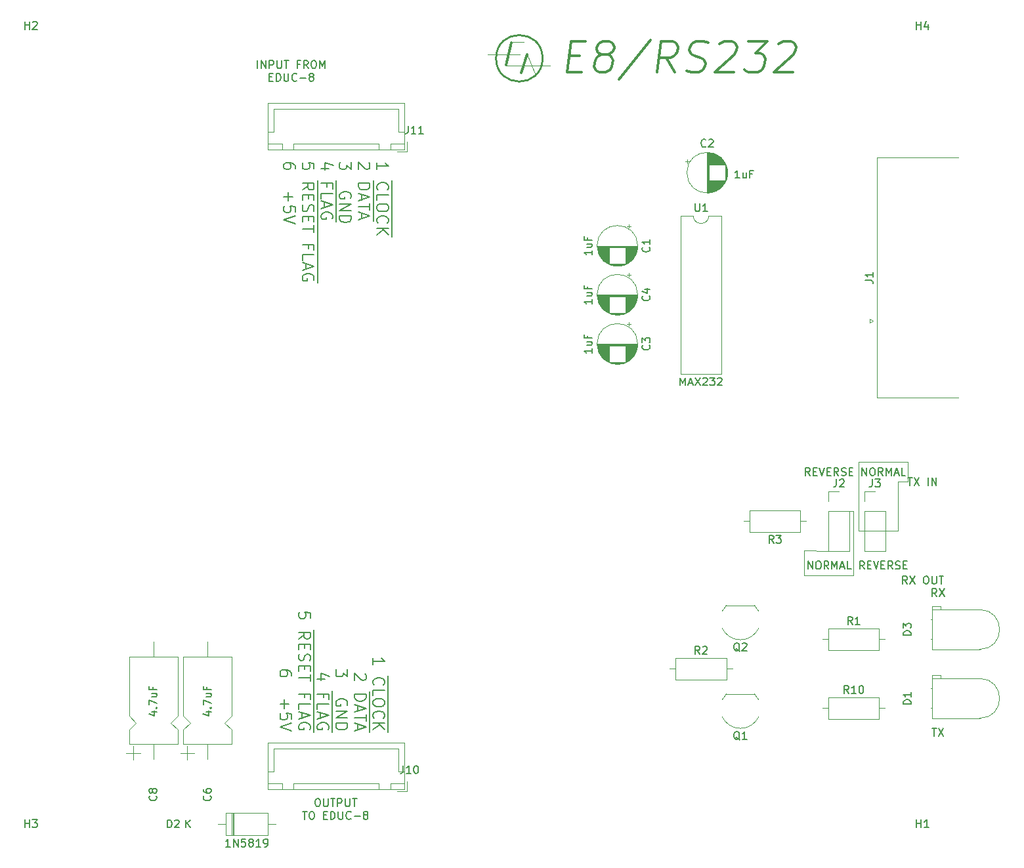
<source format=gbr>
%TF.GenerationSoftware,KiCad,Pcbnew,(5.1.10-1-10_14)*%
%TF.CreationDate,2022-02-21T21:09:16+11:00*%
%TF.ProjectId,FSK,46534b2e-6b69-4636-9164-5f7063625858,rev?*%
%TF.SameCoordinates,Original*%
%TF.FileFunction,Legend,Top*%
%TF.FilePolarity,Positive*%
%FSLAX46Y46*%
G04 Gerber Fmt 4.6, Leading zero omitted, Abs format (unit mm)*
G04 Created by KiCad (PCBNEW (5.1.10-1-10_14)) date 2022-02-21 21:09:16*
%MOMM*%
%LPD*%
G01*
G04 APERTURE LIST*
%ADD10C,0.150000*%
%ADD11C,0.120000*%
%ADD12C,0.300000*%
%ADD13C,0.240000*%
G04 APERTURE END LIST*
D10*
X79136428Y-103233214D02*
X79136428Y-102376071D01*
X79136428Y-102804642D02*
X80636428Y-102804642D01*
X80422142Y-102661785D01*
X80279285Y-102518928D01*
X80207857Y-102376071D01*
X81090000Y-104661785D02*
X81090000Y-106161785D01*
X79279285Y-105876071D02*
X79207857Y-105804642D01*
X79136428Y-105590357D01*
X79136428Y-105447500D01*
X79207857Y-105233214D01*
X79350714Y-105090357D01*
X79493571Y-105018928D01*
X79779285Y-104947500D01*
X79993571Y-104947500D01*
X80279285Y-105018928D01*
X80422142Y-105090357D01*
X80565000Y-105233214D01*
X80636428Y-105447500D01*
X80636428Y-105590357D01*
X80565000Y-105804642D01*
X80493571Y-105876071D01*
X81090000Y-106161785D02*
X81090000Y-107376071D01*
X79136428Y-107233214D02*
X79136428Y-106518928D01*
X80636428Y-106518928D01*
X81090000Y-107376071D02*
X81090000Y-108947500D01*
X80636428Y-108018928D02*
X80636428Y-108304642D01*
X80565000Y-108447500D01*
X80422142Y-108590357D01*
X80136428Y-108661785D01*
X79636428Y-108661785D01*
X79350714Y-108590357D01*
X79207857Y-108447500D01*
X79136428Y-108304642D01*
X79136428Y-108018928D01*
X79207857Y-107876071D01*
X79350714Y-107733214D01*
X79636428Y-107661785D01*
X80136428Y-107661785D01*
X80422142Y-107733214D01*
X80565000Y-107876071D01*
X80636428Y-108018928D01*
X81090000Y-108947500D02*
X81090000Y-110447500D01*
X79279285Y-110161785D02*
X79207857Y-110090357D01*
X79136428Y-109876071D01*
X79136428Y-109733214D01*
X79207857Y-109518928D01*
X79350714Y-109376071D01*
X79493571Y-109304642D01*
X79779285Y-109233214D01*
X79993571Y-109233214D01*
X80279285Y-109304642D01*
X80422142Y-109376071D01*
X80565000Y-109518928D01*
X80636428Y-109733214D01*
X80636428Y-109876071D01*
X80565000Y-110090357D01*
X80493571Y-110161785D01*
X81090000Y-110447500D02*
X81090000Y-111947500D01*
X79136428Y-110804642D02*
X80636428Y-110804642D01*
X79136428Y-111661785D02*
X79993571Y-111018928D01*
X80636428Y-111661785D02*
X79779285Y-110804642D01*
X78093571Y-104447500D02*
X78165000Y-104518928D01*
X78236428Y-104661785D01*
X78236428Y-105018928D01*
X78165000Y-105161785D01*
X78093571Y-105233214D01*
X77950714Y-105304642D01*
X77807857Y-105304642D01*
X77593571Y-105233214D01*
X76736428Y-104376071D01*
X76736428Y-105304642D01*
X78690000Y-106733214D02*
X78690000Y-108233214D01*
X76736428Y-107090357D02*
X78236428Y-107090357D01*
X78236428Y-107447500D01*
X78165000Y-107661785D01*
X78022142Y-107804642D01*
X77879285Y-107876071D01*
X77593571Y-107947500D01*
X77379285Y-107947500D01*
X77093571Y-107876071D01*
X76950714Y-107804642D01*
X76807857Y-107661785D01*
X76736428Y-107447500D01*
X76736428Y-107090357D01*
X78690000Y-108233214D02*
X78690000Y-109518928D01*
X77165000Y-108518928D02*
X77165000Y-109233214D01*
X76736428Y-108376071D02*
X78236428Y-108876071D01*
X76736428Y-109376071D01*
X78690000Y-109518928D02*
X78690000Y-110661785D01*
X78236428Y-109661785D02*
X78236428Y-110518928D01*
X76736428Y-110090357D02*
X78236428Y-110090357D01*
X78690000Y-110661785D02*
X78690000Y-111947500D01*
X77165000Y-110947500D02*
X77165000Y-111661785D01*
X76736428Y-110804642D02*
X78236428Y-111304642D01*
X76736428Y-111804642D01*
X75836428Y-103876071D02*
X75836428Y-104804642D01*
X75265000Y-104304642D01*
X75265000Y-104518928D01*
X75193571Y-104661785D01*
X75122142Y-104733214D01*
X74979285Y-104804642D01*
X74622142Y-104804642D01*
X74479285Y-104733214D01*
X74407857Y-104661785D01*
X74336428Y-104518928D01*
X74336428Y-104090357D01*
X74407857Y-103947500D01*
X74479285Y-103876071D01*
X75765000Y-108518928D02*
X75836428Y-108376071D01*
X75836428Y-108161785D01*
X75765000Y-107947500D01*
X75622142Y-107804642D01*
X75479285Y-107733214D01*
X75193571Y-107661785D01*
X74979285Y-107661785D01*
X74693571Y-107733214D01*
X74550714Y-107804642D01*
X74407857Y-107947500D01*
X74336428Y-108161785D01*
X74336428Y-108304642D01*
X74407857Y-108518928D01*
X74479285Y-108590357D01*
X74979285Y-108590357D01*
X74979285Y-108304642D01*
X74336428Y-109233214D02*
X75836428Y-109233214D01*
X74336428Y-110090357D01*
X75836428Y-110090357D01*
X74336428Y-110804642D02*
X75836428Y-110804642D01*
X75836428Y-111161785D01*
X75765000Y-111376071D01*
X75622142Y-111518928D01*
X75479285Y-111590357D01*
X75193571Y-111661785D01*
X74979285Y-111661785D01*
X74693571Y-111590357D01*
X74550714Y-111518928D01*
X74407857Y-111376071D01*
X74336428Y-111161785D01*
X74336428Y-110804642D01*
X72936428Y-105090357D02*
X71936428Y-105090357D01*
X73507857Y-104733214D02*
X72436428Y-104376071D01*
X72436428Y-105304642D01*
X73890000Y-106661785D02*
X73890000Y-107947500D01*
X72722142Y-107518928D02*
X72722142Y-107018928D01*
X71936428Y-107018928D02*
X73436428Y-107018928D01*
X73436428Y-107733214D01*
X73890000Y-107947500D02*
X73890000Y-109161785D01*
X71936428Y-109018928D02*
X71936428Y-108304642D01*
X73436428Y-108304642D01*
X73890000Y-109161785D02*
X73890000Y-110447500D01*
X72365000Y-109447500D02*
X72365000Y-110161785D01*
X71936428Y-109304642D02*
X73436428Y-109804642D01*
X71936428Y-110304642D01*
X73890000Y-110447500D02*
X73890000Y-111947500D01*
X73365000Y-111590357D02*
X73436428Y-111447500D01*
X73436428Y-111233214D01*
X73365000Y-111018928D01*
X73222142Y-110876071D01*
X73079285Y-110804642D01*
X72793571Y-110733214D01*
X72579285Y-110733214D01*
X72293571Y-110804642D01*
X72150714Y-110876071D01*
X72007857Y-111018928D01*
X71936428Y-111233214D01*
X71936428Y-111376071D01*
X72007857Y-111590357D01*
X72079285Y-111661785D01*
X72579285Y-111661785D01*
X72579285Y-111376071D01*
X71036428Y-97233214D02*
X71036428Y-96518928D01*
X70322142Y-96447500D01*
X70393571Y-96518928D01*
X70465000Y-96661785D01*
X70465000Y-97018928D01*
X70393571Y-97161785D01*
X70322142Y-97233214D01*
X70179285Y-97304642D01*
X69822142Y-97304642D01*
X69679285Y-97233214D01*
X69607857Y-97161785D01*
X69536428Y-97018928D01*
X69536428Y-96661785D01*
X69607857Y-96518928D01*
X69679285Y-96447500D01*
X71490000Y-98733214D02*
X71490000Y-100233214D01*
X69536428Y-99947500D02*
X70250714Y-99447500D01*
X69536428Y-99090357D02*
X71036428Y-99090357D01*
X71036428Y-99661785D01*
X70965000Y-99804642D01*
X70893571Y-99876071D01*
X70750714Y-99947500D01*
X70536428Y-99947500D01*
X70393571Y-99876071D01*
X70322142Y-99804642D01*
X70250714Y-99661785D01*
X70250714Y-99090357D01*
X71490000Y-100233214D02*
X71490000Y-101590357D01*
X70322142Y-100590357D02*
X70322142Y-101090357D01*
X69536428Y-101304642D02*
X69536428Y-100590357D01*
X71036428Y-100590357D01*
X71036428Y-101304642D01*
X71490000Y-101590357D02*
X71490000Y-103018928D01*
X69607857Y-101876071D02*
X69536428Y-102090357D01*
X69536428Y-102447500D01*
X69607857Y-102590357D01*
X69679285Y-102661785D01*
X69822142Y-102733214D01*
X69965000Y-102733214D01*
X70107857Y-102661785D01*
X70179285Y-102590357D01*
X70250714Y-102447500D01*
X70322142Y-102161785D01*
X70393571Y-102018928D01*
X70465000Y-101947500D01*
X70607857Y-101876071D01*
X70750714Y-101876071D01*
X70893571Y-101947500D01*
X70965000Y-102018928D01*
X71036428Y-102161785D01*
X71036428Y-102518928D01*
X70965000Y-102733214D01*
X71490000Y-103018928D02*
X71490000Y-104376071D01*
X70322142Y-103376071D02*
X70322142Y-103876071D01*
X69536428Y-104090357D02*
X69536428Y-103376071D01*
X71036428Y-103376071D01*
X71036428Y-104090357D01*
X71490000Y-104376071D02*
X71490000Y-105518928D01*
X71036428Y-104518928D02*
X71036428Y-105376071D01*
X69536428Y-104947500D02*
X71036428Y-104947500D01*
X71490000Y-105518928D02*
X71490000Y-106661785D01*
X71490000Y-106661785D02*
X71490000Y-107947500D01*
X70322142Y-107518928D02*
X70322142Y-107018928D01*
X69536428Y-107018928D02*
X71036428Y-107018928D01*
X71036428Y-107733214D01*
X71490000Y-107947500D02*
X71490000Y-109161785D01*
X69536428Y-109018928D02*
X69536428Y-108304642D01*
X71036428Y-108304642D01*
X71490000Y-109161785D02*
X71490000Y-110447500D01*
X69965000Y-109447500D02*
X69965000Y-110161785D01*
X69536428Y-109304642D02*
X71036428Y-109804642D01*
X69536428Y-110304642D01*
X71490000Y-110447500D02*
X71490000Y-111947500D01*
X70965000Y-111590357D02*
X71036428Y-111447500D01*
X71036428Y-111233214D01*
X70965000Y-111018928D01*
X70822142Y-110876071D01*
X70679285Y-110804642D01*
X70393571Y-110733214D01*
X70179285Y-110733214D01*
X69893571Y-110804642D01*
X69750714Y-110876071D01*
X69607857Y-111018928D01*
X69536428Y-111233214D01*
X69536428Y-111376071D01*
X69607857Y-111590357D01*
X69679285Y-111661785D01*
X70179285Y-111661785D01*
X70179285Y-111376071D01*
X68636428Y-104661785D02*
X68636428Y-104376071D01*
X68565000Y-104233214D01*
X68493571Y-104161785D01*
X68279285Y-104018928D01*
X67993571Y-103947500D01*
X67422142Y-103947500D01*
X67279285Y-104018928D01*
X67207857Y-104090357D01*
X67136428Y-104233214D01*
X67136428Y-104518928D01*
X67207857Y-104661785D01*
X67279285Y-104733214D01*
X67422142Y-104804642D01*
X67779285Y-104804642D01*
X67922142Y-104733214D01*
X67993571Y-104661785D01*
X68065000Y-104518928D01*
X68065000Y-104233214D01*
X67993571Y-104090357D01*
X67922142Y-104018928D01*
X67779285Y-103947500D01*
X67707857Y-107733214D02*
X67707857Y-108876071D01*
X67136428Y-108304642D02*
X68279285Y-108304642D01*
X68636428Y-110304642D02*
X68636428Y-109590357D01*
X67922142Y-109518928D01*
X67993571Y-109590357D01*
X68065000Y-109733214D01*
X68065000Y-110090357D01*
X67993571Y-110233214D01*
X67922142Y-110304642D01*
X67779285Y-110376071D01*
X67422142Y-110376071D01*
X67279285Y-110304642D01*
X67207857Y-110233214D01*
X67136428Y-110090357D01*
X67136428Y-109733214D01*
X67207857Y-109590357D01*
X67279285Y-109518928D01*
X68636428Y-110804642D02*
X67136428Y-111304642D01*
X68636428Y-111804642D01*
D11*
X137890000Y-83470000D02*
X141125000Y-83470000D01*
X137890000Y-88610000D02*
X137890000Y-83470000D01*
X134775000Y-88550000D02*
X137890000Y-88610000D01*
X134775000Y-91725000D02*
X134775000Y-88550000D01*
X141125000Y-91725000D02*
X134775000Y-91725000D01*
X141125000Y-83470000D02*
X141125000Y-91725000D01*
X148110000Y-79660000D02*
X146840000Y-79660000D01*
X148110000Y-77120000D02*
X148110000Y-79660000D01*
X141760000Y-77120000D02*
X148110000Y-77120000D01*
X141760000Y-77755000D02*
X141760000Y-77120000D01*
X141760000Y-86010000D02*
X144935000Y-86010000D01*
X141760000Y-77755000D02*
X141760000Y-86010000D01*
X146840000Y-86010000D02*
X144935000Y-86010000D01*
X146840000Y-79660000D02*
X146840000Y-86010000D01*
D10*
X135497619Y-78842380D02*
X135164285Y-78366190D01*
X134926190Y-78842380D02*
X134926190Y-77842380D01*
X135307142Y-77842380D01*
X135402380Y-77890000D01*
X135450000Y-77937619D01*
X135497619Y-78032857D01*
X135497619Y-78175714D01*
X135450000Y-78270952D01*
X135402380Y-78318571D01*
X135307142Y-78366190D01*
X134926190Y-78366190D01*
X135926190Y-78318571D02*
X136259523Y-78318571D01*
X136402380Y-78842380D02*
X135926190Y-78842380D01*
X135926190Y-77842380D01*
X136402380Y-77842380D01*
X136688095Y-77842380D02*
X137021428Y-78842380D01*
X137354761Y-77842380D01*
X137688095Y-78318571D02*
X138021428Y-78318571D01*
X138164285Y-78842380D02*
X137688095Y-78842380D01*
X137688095Y-77842380D01*
X138164285Y-77842380D01*
X139164285Y-78842380D02*
X138830952Y-78366190D01*
X138592857Y-78842380D02*
X138592857Y-77842380D01*
X138973809Y-77842380D01*
X139069047Y-77890000D01*
X139116666Y-77937619D01*
X139164285Y-78032857D01*
X139164285Y-78175714D01*
X139116666Y-78270952D01*
X139069047Y-78318571D01*
X138973809Y-78366190D01*
X138592857Y-78366190D01*
X139545238Y-78794761D02*
X139688095Y-78842380D01*
X139926190Y-78842380D01*
X140021428Y-78794761D01*
X140069047Y-78747142D01*
X140116666Y-78651904D01*
X140116666Y-78556666D01*
X140069047Y-78461428D01*
X140021428Y-78413809D01*
X139926190Y-78366190D01*
X139735714Y-78318571D01*
X139640476Y-78270952D01*
X139592857Y-78223333D01*
X139545238Y-78128095D01*
X139545238Y-78032857D01*
X139592857Y-77937619D01*
X139640476Y-77890000D01*
X139735714Y-77842380D01*
X139973809Y-77842380D01*
X140116666Y-77890000D01*
X140545238Y-78318571D02*
X140878571Y-78318571D01*
X141021428Y-78842380D02*
X140545238Y-78842380D01*
X140545238Y-77842380D01*
X141021428Y-77842380D01*
X142482619Y-90907380D02*
X142149285Y-90431190D01*
X141911190Y-90907380D02*
X141911190Y-89907380D01*
X142292142Y-89907380D01*
X142387380Y-89955000D01*
X142435000Y-90002619D01*
X142482619Y-90097857D01*
X142482619Y-90240714D01*
X142435000Y-90335952D01*
X142387380Y-90383571D01*
X142292142Y-90431190D01*
X141911190Y-90431190D01*
X142911190Y-90383571D02*
X143244523Y-90383571D01*
X143387380Y-90907380D02*
X142911190Y-90907380D01*
X142911190Y-89907380D01*
X143387380Y-89907380D01*
X143673095Y-89907380D02*
X144006428Y-90907380D01*
X144339761Y-89907380D01*
X144673095Y-90383571D02*
X145006428Y-90383571D01*
X145149285Y-90907380D02*
X144673095Y-90907380D01*
X144673095Y-89907380D01*
X145149285Y-89907380D01*
X146149285Y-90907380D02*
X145815952Y-90431190D01*
X145577857Y-90907380D02*
X145577857Y-89907380D01*
X145958809Y-89907380D01*
X146054047Y-89955000D01*
X146101666Y-90002619D01*
X146149285Y-90097857D01*
X146149285Y-90240714D01*
X146101666Y-90335952D01*
X146054047Y-90383571D01*
X145958809Y-90431190D01*
X145577857Y-90431190D01*
X146530238Y-90859761D02*
X146673095Y-90907380D01*
X146911190Y-90907380D01*
X147006428Y-90859761D01*
X147054047Y-90812142D01*
X147101666Y-90716904D01*
X147101666Y-90621666D01*
X147054047Y-90526428D01*
X147006428Y-90478809D01*
X146911190Y-90431190D01*
X146720714Y-90383571D01*
X146625476Y-90335952D01*
X146577857Y-90288333D01*
X146530238Y-90193095D01*
X146530238Y-90097857D01*
X146577857Y-90002619D01*
X146625476Y-89955000D01*
X146720714Y-89907380D01*
X146958809Y-89907380D01*
X147101666Y-89955000D01*
X147530238Y-90383571D02*
X147863571Y-90383571D01*
X148006428Y-90907380D02*
X147530238Y-90907380D01*
X147530238Y-89907380D01*
X148006428Y-89907380D01*
X142220714Y-78842380D02*
X142220714Y-77842380D01*
X142792142Y-78842380D01*
X142792142Y-77842380D01*
X143458809Y-77842380D02*
X143649285Y-77842380D01*
X143744523Y-77890000D01*
X143839761Y-77985238D01*
X143887380Y-78175714D01*
X143887380Y-78509047D01*
X143839761Y-78699523D01*
X143744523Y-78794761D01*
X143649285Y-78842380D01*
X143458809Y-78842380D01*
X143363571Y-78794761D01*
X143268333Y-78699523D01*
X143220714Y-78509047D01*
X143220714Y-78175714D01*
X143268333Y-77985238D01*
X143363571Y-77890000D01*
X143458809Y-77842380D01*
X144887380Y-78842380D02*
X144554047Y-78366190D01*
X144315952Y-78842380D02*
X144315952Y-77842380D01*
X144696904Y-77842380D01*
X144792142Y-77890000D01*
X144839761Y-77937619D01*
X144887380Y-78032857D01*
X144887380Y-78175714D01*
X144839761Y-78270952D01*
X144792142Y-78318571D01*
X144696904Y-78366190D01*
X144315952Y-78366190D01*
X145315952Y-78842380D02*
X145315952Y-77842380D01*
X145649285Y-78556666D01*
X145982619Y-77842380D01*
X145982619Y-78842380D01*
X146411190Y-78556666D02*
X146887380Y-78556666D01*
X146315952Y-78842380D02*
X146649285Y-77842380D01*
X146982619Y-78842380D01*
X147792142Y-78842380D02*
X147315952Y-78842380D01*
X147315952Y-77842380D01*
X135235714Y-90907380D02*
X135235714Y-89907380D01*
X135807142Y-90907380D01*
X135807142Y-89907380D01*
X136473809Y-89907380D02*
X136664285Y-89907380D01*
X136759523Y-89955000D01*
X136854761Y-90050238D01*
X136902380Y-90240714D01*
X136902380Y-90574047D01*
X136854761Y-90764523D01*
X136759523Y-90859761D01*
X136664285Y-90907380D01*
X136473809Y-90907380D01*
X136378571Y-90859761D01*
X136283333Y-90764523D01*
X136235714Y-90574047D01*
X136235714Y-90240714D01*
X136283333Y-90050238D01*
X136378571Y-89955000D01*
X136473809Y-89907380D01*
X137902380Y-90907380D02*
X137569047Y-90431190D01*
X137330952Y-90907380D02*
X137330952Y-89907380D01*
X137711904Y-89907380D01*
X137807142Y-89955000D01*
X137854761Y-90002619D01*
X137902380Y-90097857D01*
X137902380Y-90240714D01*
X137854761Y-90335952D01*
X137807142Y-90383571D01*
X137711904Y-90431190D01*
X137330952Y-90431190D01*
X138330952Y-90907380D02*
X138330952Y-89907380D01*
X138664285Y-90621666D01*
X138997619Y-89907380D01*
X138997619Y-90907380D01*
X139426190Y-90621666D02*
X139902380Y-90621666D01*
X139330952Y-90907380D02*
X139664285Y-89907380D01*
X139997619Y-90907380D01*
X140807142Y-90907380D02*
X140330952Y-90907380D01*
X140330952Y-89907380D01*
X148038809Y-92812380D02*
X147705476Y-92336190D01*
X147467380Y-92812380D02*
X147467380Y-91812380D01*
X147848333Y-91812380D01*
X147943571Y-91860000D01*
X147991190Y-91907619D01*
X148038809Y-92002857D01*
X148038809Y-92145714D01*
X147991190Y-92240952D01*
X147943571Y-92288571D01*
X147848333Y-92336190D01*
X147467380Y-92336190D01*
X148372142Y-91812380D02*
X149038809Y-92812380D01*
X149038809Y-91812380D02*
X148372142Y-92812380D01*
X150372142Y-91812380D02*
X150562619Y-91812380D01*
X150657857Y-91860000D01*
X150753095Y-91955238D01*
X150800714Y-92145714D01*
X150800714Y-92479047D01*
X150753095Y-92669523D01*
X150657857Y-92764761D01*
X150562619Y-92812380D01*
X150372142Y-92812380D01*
X150276904Y-92764761D01*
X150181666Y-92669523D01*
X150134047Y-92479047D01*
X150134047Y-92145714D01*
X150181666Y-91955238D01*
X150276904Y-91860000D01*
X150372142Y-91812380D01*
X151229285Y-91812380D02*
X151229285Y-92621904D01*
X151276904Y-92717142D01*
X151324523Y-92764761D01*
X151419761Y-92812380D01*
X151610238Y-92812380D01*
X151705476Y-92764761D01*
X151753095Y-92717142D01*
X151800714Y-92621904D01*
X151800714Y-91812380D01*
X152134047Y-91812380D02*
X152705476Y-91812380D01*
X152419761Y-92812380D02*
X152419761Y-91812380D01*
X148110238Y-79112380D02*
X148681666Y-79112380D01*
X148395952Y-80112380D02*
X148395952Y-79112380D01*
X148919761Y-79112380D02*
X149586428Y-80112380D01*
X149586428Y-79112380D02*
X148919761Y-80112380D01*
X150729285Y-80112380D02*
X150729285Y-79112380D01*
X151205476Y-80112380D02*
X151205476Y-79112380D01*
X151776904Y-80112380D01*
X151776904Y-79112380D01*
X151833333Y-94452380D02*
X151500000Y-93976190D01*
X151261904Y-94452380D02*
X151261904Y-93452380D01*
X151642857Y-93452380D01*
X151738095Y-93500000D01*
X151785714Y-93547619D01*
X151833333Y-93642857D01*
X151833333Y-93785714D01*
X151785714Y-93880952D01*
X151738095Y-93928571D01*
X151642857Y-93976190D01*
X151261904Y-93976190D01*
X152166666Y-93452380D02*
X152833333Y-94452380D01*
X152833333Y-93452380D02*
X152166666Y-94452380D01*
X151238095Y-111452380D02*
X151809523Y-111452380D01*
X151523809Y-112452380D02*
X151523809Y-111452380D01*
X152047619Y-111452380D02*
X152714285Y-112452380D01*
X152714285Y-111452380D02*
X152047619Y-112452380D01*
X79616428Y-39340357D02*
X79616428Y-38483214D01*
X79616428Y-38911785D02*
X81116428Y-38911785D01*
X80902142Y-38768928D01*
X80759285Y-38626071D01*
X80687857Y-38483214D01*
X81570000Y-40768928D02*
X81570000Y-42268928D01*
X79759285Y-41983214D02*
X79687857Y-41911785D01*
X79616428Y-41697500D01*
X79616428Y-41554642D01*
X79687857Y-41340357D01*
X79830714Y-41197500D01*
X79973571Y-41126071D01*
X80259285Y-41054642D01*
X80473571Y-41054642D01*
X80759285Y-41126071D01*
X80902142Y-41197500D01*
X81045000Y-41340357D01*
X81116428Y-41554642D01*
X81116428Y-41697500D01*
X81045000Y-41911785D01*
X80973571Y-41983214D01*
X81570000Y-42268928D02*
X81570000Y-43483214D01*
X79616428Y-43340357D02*
X79616428Y-42626071D01*
X81116428Y-42626071D01*
X81570000Y-43483214D02*
X81570000Y-45054642D01*
X81116428Y-44126071D02*
X81116428Y-44411785D01*
X81045000Y-44554642D01*
X80902142Y-44697500D01*
X80616428Y-44768928D01*
X80116428Y-44768928D01*
X79830714Y-44697500D01*
X79687857Y-44554642D01*
X79616428Y-44411785D01*
X79616428Y-44126071D01*
X79687857Y-43983214D01*
X79830714Y-43840357D01*
X80116428Y-43768928D01*
X80616428Y-43768928D01*
X80902142Y-43840357D01*
X81045000Y-43983214D01*
X81116428Y-44126071D01*
X81570000Y-45054642D02*
X81570000Y-46554642D01*
X79759285Y-46268928D02*
X79687857Y-46197500D01*
X79616428Y-45983214D01*
X79616428Y-45840357D01*
X79687857Y-45626071D01*
X79830714Y-45483214D01*
X79973571Y-45411785D01*
X80259285Y-45340357D01*
X80473571Y-45340357D01*
X80759285Y-45411785D01*
X80902142Y-45483214D01*
X81045000Y-45626071D01*
X81116428Y-45840357D01*
X81116428Y-45983214D01*
X81045000Y-46197500D01*
X80973571Y-46268928D01*
X81570000Y-46554642D02*
X81570000Y-48054642D01*
X79616428Y-46911785D02*
X81116428Y-46911785D01*
X79616428Y-47768928D02*
X80473571Y-47126071D01*
X81116428Y-47768928D02*
X80259285Y-46911785D01*
X78573571Y-38483214D02*
X78645000Y-38554642D01*
X78716428Y-38697500D01*
X78716428Y-39054642D01*
X78645000Y-39197500D01*
X78573571Y-39268928D01*
X78430714Y-39340357D01*
X78287857Y-39340357D01*
X78073571Y-39268928D01*
X77216428Y-38411785D01*
X77216428Y-39340357D01*
X79170000Y-40768928D02*
X79170000Y-42268928D01*
X77216428Y-41126071D02*
X78716428Y-41126071D01*
X78716428Y-41483214D01*
X78645000Y-41697500D01*
X78502142Y-41840357D01*
X78359285Y-41911785D01*
X78073571Y-41983214D01*
X77859285Y-41983214D01*
X77573571Y-41911785D01*
X77430714Y-41840357D01*
X77287857Y-41697500D01*
X77216428Y-41483214D01*
X77216428Y-41126071D01*
X79170000Y-42268928D02*
X79170000Y-43554642D01*
X77645000Y-42554642D02*
X77645000Y-43268928D01*
X77216428Y-42411785D02*
X78716428Y-42911785D01*
X77216428Y-43411785D01*
X79170000Y-43554642D02*
X79170000Y-44697500D01*
X78716428Y-43697500D02*
X78716428Y-44554642D01*
X77216428Y-44126071D02*
X78716428Y-44126071D01*
X79170000Y-44697500D02*
X79170000Y-45983214D01*
X77645000Y-44983214D02*
X77645000Y-45697500D01*
X77216428Y-44840357D02*
X78716428Y-45340357D01*
X77216428Y-45840357D01*
X76316428Y-38411785D02*
X76316428Y-39340357D01*
X75745000Y-38840357D01*
X75745000Y-39054642D01*
X75673571Y-39197500D01*
X75602142Y-39268928D01*
X75459285Y-39340357D01*
X75102142Y-39340357D01*
X74959285Y-39268928D01*
X74887857Y-39197500D01*
X74816428Y-39054642D01*
X74816428Y-38626071D01*
X74887857Y-38483214D01*
X74959285Y-38411785D01*
X76245000Y-43054642D02*
X76316428Y-42911785D01*
X76316428Y-42697500D01*
X76245000Y-42483214D01*
X76102142Y-42340357D01*
X75959285Y-42268928D01*
X75673571Y-42197500D01*
X75459285Y-42197500D01*
X75173571Y-42268928D01*
X75030714Y-42340357D01*
X74887857Y-42483214D01*
X74816428Y-42697500D01*
X74816428Y-42840357D01*
X74887857Y-43054642D01*
X74959285Y-43126071D01*
X75459285Y-43126071D01*
X75459285Y-42840357D01*
X74816428Y-43768928D02*
X76316428Y-43768928D01*
X74816428Y-44626071D01*
X76316428Y-44626071D01*
X74816428Y-45340357D02*
X76316428Y-45340357D01*
X76316428Y-45697500D01*
X76245000Y-45911785D01*
X76102142Y-46054642D01*
X75959285Y-46126071D01*
X75673571Y-46197500D01*
X75459285Y-46197500D01*
X75173571Y-46126071D01*
X75030714Y-46054642D01*
X74887857Y-45911785D01*
X74816428Y-45697500D01*
X74816428Y-45340357D01*
X73416428Y-39197500D02*
X72416428Y-39197500D01*
X73987857Y-38840357D02*
X72916428Y-38483214D01*
X72916428Y-39411785D01*
X74370000Y-40768928D02*
X74370000Y-42054642D01*
X73202142Y-41626071D02*
X73202142Y-41126071D01*
X72416428Y-41126071D02*
X73916428Y-41126071D01*
X73916428Y-41840357D01*
X74370000Y-42054642D02*
X74370000Y-43268928D01*
X72416428Y-43126071D02*
X72416428Y-42411785D01*
X73916428Y-42411785D01*
X74370000Y-43268928D02*
X74370000Y-44554642D01*
X72845000Y-43554642D02*
X72845000Y-44268928D01*
X72416428Y-43411785D02*
X73916428Y-43911785D01*
X72416428Y-44411785D01*
X74370000Y-44554642D02*
X74370000Y-46054642D01*
X73845000Y-45697500D02*
X73916428Y-45554642D01*
X73916428Y-45340357D01*
X73845000Y-45126071D01*
X73702142Y-44983214D01*
X73559285Y-44911785D01*
X73273571Y-44840357D01*
X73059285Y-44840357D01*
X72773571Y-44911785D01*
X72630714Y-44983214D01*
X72487857Y-45126071D01*
X72416428Y-45340357D01*
X72416428Y-45483214D01*
X72487857Y-45697500D01*
X72559285Y-45768928D01*
X73059285Y-45768928D01*
X73059285Y-45483214D01*
X71516428Y-39268928D02*
X71516428Y-38554642D01*
X70802142Y-38483214D01*
X70873571Y-38554642D01*
X70945000Y-38697500D01*
X70945000Y-39054642D01*
X70873571Y-39197500D01*
X70802142Y-39268928D01*
X70659285Y-39340357D01*
X70302142Y-39340357D01*
X70159285Y-39268928D01*
X70087857Y-39197500D01*
X70016428Y-39054642D01*
X70016428Y-38697500D01*
X70087857Y-38554642D01*
X70159285Y-38483214D01*
X71970000Y-40768928D02*
X71970000Y-42268928D01*
X70016428Y-41983214D02*
X70730714Y-41483214D01*
X70016428Y-41126071D02*
X71516428Y-41126071D01*
X71516428Y-41697500D01*
X71445000Y-41840357D01*
X71373571Y-41911785D01*
X71230714Y-41983214D01*
X71016428Y-41983214D01*
X70873571Y-41911785D01*
X70802142Y-41840357D01*
X70730714Y-41697500D01*
X70730714Y-41126071D01*
X71970000Y-42268928D02*
X71970000Y-43626071D01*
X70802142Y-42626071D02*
X70802142Y-43126071D01*
X70016428Y-43340357D02*
X70016428Y-42626071D01*
X71516428Y-42626071D01*
X71516428Y-43340357D01*
X71970000Y-43626071D02*
X71970000Y-45054642D01*
X70087857Y-43911785D02*
X70016428Y-44126071D01*
X70016428Y-44483214D01*
X70087857Y-44626071D01*
X70159285Y-44697500D01*
X70302142Y-44768928D01*
X70445000Y-44768928D01*
X70587857Y-44697500D01*
X70659285Y-44626071D01*
X70730714Y-44483214D01*
X70802142Y-44197500D01*
X70873571Y-44054642D01*
X70945000Y-43983214D01*
X71087857Y-43911785D01*
X71230714Y-43911785D01*
X71373571Y-43983214D01*
X71445000Y-44054642D01*
X71516428Y-44197500D01*
X71516428Y-44554642D01*
X71445000Y-44768928D01*
X71970000Y-45054642D02*
X71970000Y-46411785D01*
X70802142Y-45411785D02*
X70802142Y-45911785D01*
X70016428Y-46126071D02*
X70016428Y-45411785D01*
X71516428Y-45411785D01*
X71516428Y-46126071D01*
X71970000Y-46411785D02*
X71970000Y-47554642D01*
X71516428Y-46554642D02*
X71516428Y-47411785D01*
X70016428Y-46983214D02*
X71516428Y-46983214D01*
X71970000Y-47554642D02*
X71970000Y-48697500D01*
X71970000Y-48697500D02*
X71970000Y-49983214D01*
X70802142Y-49554642D02*
X70802142Y-49054642D01*
X70016428Y-49054642D02*
X71516428Y-49054642D01*
X71516428Y-49768928D01*
X71970000Y-49983214D02*
X71970000Y-51197500D01*
X70016428Y-51054642D02*
X70016428Y-50340357D01*
X71516428Y-50340357D01*
X71970000Y-51197500D02*
X71970000Y-52483214D01*
X70445000Y-51483214D02*
X70445000Y-52197500D01*
X70016428Y-51340357D02*
X71516428Y-51840357D01*
X70016428Y-52340357D01*
X71970000Y-52483214D02*
X71970000Y-53983214D01*
X71445000Y-53626071D02*
X71516428Y-53483214D01*
X71516428Y-53268928D01*
X71445000Y-53054642D01*
X71302142Y-52911785D01*
X71159285Y-52840357D01*
X70873571Y-52768928D01*
X70659285Y-52768928D01*
X70373571Y-52840357D01*
X70230714Y-52911785D01*
X70087857Y-53054642D01*
X70016428Y-53268928D01*
X70016428Y-53411785D01*
X70087857Y-53626071D01*
X70159285Y-53697500D01*
X70659285Y-53697500D01*
X70659285Y-53411785D01*
X69116428Y-39197500D02*
X69116428Y-38911785D01*
X69045000Y-38768928D01*
X68973571Y-38697500D01*
X68759285Y-38554642D01*
X68473571Y-38483214D01*
X67902142Y-38483214D01*
X67759285Y-38554642D01*
X67687857Y-38626071D01*
X67616428Y-38768928D01*
X67616428Y-39054642D01*
X67687857Y-39197500D01*
X67759285Y-39268928D01*
X67902142Y-39340357D01*
X68259285Y-39340357D01*
X68402142Y-39268928D01*
X68473571Y-39197500D01*
X68545000Y-39054642D01*
X68545000Y-38768928D01*
X68473571Y-38626071D01*
X68402142Y-38554642D01*
X68259285Y-38483214D01*
X68187857Y-42268928D02*
X68187857Y-43411785D01*
X67616428Y-42840357D02*
X68759285Y-42840357D01*
X69116428Y-44840357D02*
X69116428Y-44126071D01*
X68402142Y-44054642D01*
X68473571Y-44126071D01*
X68545000Y-44268928D01*
X68545000Y-44626071D01*
X68473571Y-44768928D01*
X68402142Y-44840357D01*
X68259285Y-44911785D01*
X67902142Y-44911785D01*
X67759285Y-44840357D01*
X67687857Y-44768928D01*
X67616428Y-44626071D01*
X67616428Y-44268928D01*
X67687857Y-44126071D01*
X67759285Y-44054642D01*
X69116428Y-45340357D02*
X67616428Y-45840357D01*
X69116428Y-46340357D01*
D12*
X104410148Y-24714285D02*
X105743482Y-24714285D01*
X106053005Y-26809523D02*
X104148244Y-26809523D01*
X104648244Y-22809523D01*
X106553005Y-22809523D01*
X108624434Y-24523809D02*
X108267291Y-24333333D01*
X108100625Y-24142857D01*
X107957767Y-23761904D01*
X107981577Y-23571428D01*
X108219672Y-23190476D01*
X108433958Y-23000000D01*
X108838720Y-22809523D01*
X109600625Y-22809523D01*
X109957767Y-23000000D01*
X110124434Y-23190476D01*
X110267291Y-23571428D01*
X110243482Y-23761904D01*
X110005386Y-24142857D01*
X109791101Y-24333333D01*
X109386339Y-24523809D01*
X108624434Y-24523809D01*
X108219672Y-24714285D01*
X108005386Y-24904761D01*
X107767291Y-25285714D01*
X107672053Y-26047619D01*
X107814910Y-26428571D01*
X107981577Y-26619047D01*
X108338720Y-26809523D01*
X109100625Y-26809523D01*
X109505386Y-26619047D01*
X109719672Y-26428571D01*
X109957767Y-26047619D01*
X110053005Y-25285714D01*
X109910148Y-24904761D01*
X109743482Y-24714285D01*
X109386339Y-24523809D01*
X114957767Y-22619047D02*
X110886339Y-27761904D01*
X118053005Y-26809523D02*
X116957767Y-24904761D01*
X115767291Y-26809523D02*
X116267291Y-22809523D01*
X117791101Y-22809523D01*
X118148244Y-23000000D01*
X118314910Y-23190476D01*
X118457767Y-23571428D01*
X118386339Y-24142857D01*
X118148244Y-24523809D01*
X117933958Y-24714285D01*
X117529196Y-24904761D01*
X116005386Y-24904761D01*
X119600625Y-26619047D02*
X120148244Y-26809523D01*
X121100625Y-26809523D01*
X121505386Y-26619047D01*
X121719672Y-26428571D01*
X121957767Y-26047619D01*
X122005386Y-25666666D01*
X121862529Y-25285714D01*
X121695863Y-25095238D01*
X121338720Y-24904761D01*
X120600625Y-24714285D01*
X120243482Y-24523809D01*
X120076815Y-24333333D01*
X119933958Y-23952380D01*
X119981577Y-23571428D01*
X120219672Y-23190476D01*
X120433958Y-23000000D01*
X120838720Y-22809523D01*
X121791101Y-22809523D01*
X122338720Y-23000000D01*
X123838720Y-23190476D02*
X124053005Y-23000000D01*
X124457767Y-22809523D01*
X125410148Y-22809523D01*
X125767291Y-23000000D01*
X125933958Y-23190476D01*
X126076815Y-23571428D01*
X126029196Y-23952380D01*
X125767291Y-24523809D01*
X123195863Y-26809523D01*
X125672053Y-26809523D01*
X127505386Y-22809523D02*
X129981577Y-22809523D01*
X128457767Y-24333333D01*
X129029196Y-24333333D01*
X129386339Y-24523809D01*
X129553005Y-24714285D01*
X129695863Y-25095238D01*
X129576815Y-26047619D01*
X129338720Y-26428571D01*
X129124434Y-26619047D01*
X128719672Y-26809523D01*
X127576815Y-26809523D01*
X127219672Y-26619047D01*
X127053005Y-26428571D01*
X131457767Y-23190476D02*
X131672053Y-23000000D01*
X132076815Y-22809523D01*
X133029196Y-22809523D01*
X133386339Y-23000000D01*
X133553005Y-23190476D01*
X133695863Y-23571428D01*
X133648244Y-23952380D01*
X133386339Y-24523809D01*
X130814910Y-26809523D01*
X133291101Y-26809523D01*
D10*
X71890238Y-120547380D02*
X72080714Y-120547380D01*
X72175952Y-120595000D01*
X72271190Y-120690238D01*
X72318809Y-120880714D01*
X72318809Y-121214047D01*
X72271190Y-121404523D01*
X72175952Y-121499761D01*
X72080714Y-121547380D01*
X71890238Y-121547380D01*
X71795000Y-121499761D01*
X71699761Y-121404523D01*
X71652142Y-121214047D01*
X71652142Y-120880714D01*
X71699761Y-120690238D01*
X71795000Y-120595000D01*
X71890238Y-120547380D01*
X72747380Y-120547380D02*
X72747380Y-121356904D01*
X72795000Y-121452142D01*
X72842619Y-121499761D01*
X72937857Y-121547380D01*
X73128333Y-121547380D01*
X73223571Y-121499761D01*
X73271190Y-121452142D01*
X73318809Y-121356904D01*
X73318809Y-120547380D01*
X73652142Y-120547380D02*
X74223571Y-120547380D01*
X73937857Y-121547380D02*
X73937857Y-120547380D01*
X74556904Y-121547380D02*
X74556904Y-120547380D01*
X74937857Y-120547380D01*
X75033095Y-120595000D01*
X75080714Y-120642619D01*
X75128333Y-120737857D01*
X75128333Y-120880714D01*
X75080714Y-120975952D01*
X75033095Y-121023571D01*
X74937857Y-121071190D01*
X74556904Y-121071190D01*
X75556904Y-120547380D02*
X75556904Y-121356904D01*
X75604523Y-121452142D01*
X75652142Y-121499761D01*
X75747380Y-121547380D01*
X75937857Y-121547380D01*
X76033095Y-121499761D01*
X76080714Y-121452142D01*
X76128333Y-121356904D01*
X76128333Y-120547380D01*
X76461666Y-120547380D02*
X77033095Y-120547380D01*
X76747380Y-121547380D02*
X76747380Y-120547380D01*
X70033095Y-122197380D02*
X70604523Y-122197380D01*
X70318809Y-123197380D02*
X70318809Y-122197380D01*
X71128333Y-122197380D02*
X71318809Y-122197380D01*
X71414047Y-122245000D01*
X71509285Y-122340238D01*
X71556904Y-122530714D01*
X71556904Y-122864047D01*
X71509285Y-123054523D01*
X71414047Y-123149761D01*
X71318809Y-123197380D01*
X71128333Y-123197380D01*
X71033095Y-123149761D01*
X70937857Y-123054523D01*
X70890238Y-122864047D01*
X70890238Y-122530714D01*
X70937857Y-122340238D01*
X71033095Y-122245000D01*
X71128333Y-122197380D01*
X72747380Y-122673571D02*
X73080714Y-122673571D01*
X73223571Y-123197380D02*
X72747380Y-123197380D01*
X72747380Y-122197380D01*
X73223571Y-122197380D01*
X73652142Y-123197380D02*
X73652142Y-122197380D01*
X73890238Y-122197380D01*
X74033095Y-122245000D01*
X74128333Y-122340238D01*
X74175952Y-122435476D01*
X74223571Y-122625952D01*
X74223571Y-122768809D01*
X74175952Y-122959285D01*
X74128333Y-123054523D01*
X74033095Y-123149761D01*
X73890238Y-123197380D01*
X73652142Y-123197380D01*
X74652142Y-122197380D02*
X74652142Y-123006904D01*
X74699761Y-123102142D01*
X74747380Y-123149761D01*
X74842619Y-123197380D01*
X75033095Y-123197380D01*
X75128333Y-123149761D01*
X75175952Y-123102142D01*
X75223571Y-123006904D01*
X75223571Y-122197380D01*
X76271190Y-123102142D02*
X76223571Y-123149761D01*
X76080714Y-123197380D01*
X75985476Y-123197380D01*
X75842619Y-123149761D01*
X75747380Y-123054523D01*
X75699761Y-122959285D01*
X75652142Y-122768809D01*
X75652142Y-122625952D01*
X75699761Y-122435476D01*
X75747380Y-122340238D01*
X75842619Y-122245000D01*
X75985476Y-122197380D01*
X76080714Y-122197380D01*
X76223571Y-122245000D01*
X76271190Y-122292619D01*
X76699761Y-122816428D02*
X77461666Y-122816428D01*
X78080714Y-122625952D02*
X77985476Y-122578333D01*
X77937857Y-122530714D01*
X77890238Y-122435476D01*
X77890238Y-122387857D01*
X77937857Y-122292619D01*
X77985476Y-122245000D01*
X78080714Y-122197380D01*
X78271190Y-122197380D01*
X78366428Y-122245000D01*
X78414047Y-122292619D01*
X78461666Y-122387857D01*
X78461666Y-122435476D01*
X78414047Y-122530714D01*
X78366428Y-122578333D01*
X78271190Y-122625952D01*
X78080714Y-122625952D01*
X77985476Y-122673571D01*
X77937857Y-122721190D01*
X77890238Y-122816428D01*
X77890238Y-123006904D01*
X77937857Y-123102142D01*
X77985476Y-123149761D01*
X78080714Y-123197380D01*
X78271190Y-123197380D01*
X78366428Y-123149761D01*
X78414047Y-123102142D01*
X78461666Y-123006904D01*
X78461666Y-122816428D01*
X78414047Y-122721190D01*
X78366428Y-122673571D01*
X78271190Y-122625952D01*
X64246666Y-26297380D02*
X64246666Y-25297380D01*
X64722857Y-26297380D02*
X64722857Y-25297380D01*
X65294285Y-26297380D01*
X65294285Y-25297380D01*
X65770476Y-26297380D02*
X65770476Y-25297380D01*
X66151428Y-25297380D01*
X66246666Y-25345000D01*
X66294285Y-25392619D01*
X66341904Y-25487857D01*
X66341904Y-25630714D01*
X66294285Y-25725952D01*
X66246666Y-25773571D01*
X66151428Y-25821190D01*
X65770476Y-25821190D01*
X66770476Y-25297380D02*
X66770476Y-26106904D01*
X66818095Y-26202142D01*
X66865714Y-26249761D01*
X66960952Y-26297380D01*
X67151428Y-26297380D01*
X67246666Y-26249761D01*
X67294285Y-26202142D01*
X67341904Y-26106904D01*
X67341904Y-25297380D01*
X67675238Y-25297380D02*
X68246666Y-25297380D01*
X67960952Y-26297380D02*
X67960952Y-25297380D01*
X69675238Y-25773571D02*
X69341904Y-25773571D01*
X69341904Y-26297380D02*
X69341904Y-25297380D01*
X69818095Y-25297380D01*
X70770476Y-26297380D02*
X70437142Y-25821190D01*
X70199047Y-26297380D02*
X70199047Y-25297380D01*
X70580000Y-25297380D01*
X70675238Y-25345000D01*
X70722857Y-25392619D01*
X70770476Y-25487857D01*
X70770476Y-25630714D01*
X70722857Y-25725952D01*
X70675238Y-25773571D01*
X70580000Y-25821190D01*
X70199047Y-25821190D01*
X71389523Y-25297380D02*
X71580000Y-25297380D01*
X71675238Y-25345000D01*
X71770476Y-25440238D01*
X71818095Y-25630714D01*
X71818095Y-25964047D01*
X71770476Y-26154523D01*
X71675238Y-26249761D01*
X71580000Y-26297380D01*
X71389523Y-26297380D01*
X71294285Y-26249761D01*
X71199047Y-26154523D01*
X71151428Y-25964047D01*
X71151428Y-25630714D01*
X71199047Y-25440238D01*
X71294285Y-25345000D01*
X71389523Y-25297380D01*
X72246666Y-26297380D02*
X72246666Y-25297380D01*
X72580000Y-26011666D01*
X72913333Y-25297380D01*
X72913333Y-26297380D01*
X65746666Y-27423571D02*
X66080000Y-27423571D01*
X66222857Y-27947380D02*
X65746666Y-27947380D01*
X65746666Y-26947380D01*
X66222857Y-26947380D01*
X66651428Y-27947380D02*
X66651428Y-26947380D01*
X66889523Y-26947380D01*
X67032380Y-26995000D01*
X67127619Y-27090238D01*
X67175238Y-27185476D01*
X67222857Y-27375952D01*
X67222857Y-27518809D01*
X67175238Y-27709285D01*
X67127619Y-27804523D01*
X67032380Y-27899761D01*
X66889523Y-27947380D01*
X66651428Y-27947380D01*
X67651428Y-26947380D02*
X67651428Y-27756904D01*
X67699047Y-27852142D01*
X67746666Y-27899761D01*
X67841904Y-27947380D01*
X68032380Y-27947380D01*
X68127619Y-27899761D01*
X68175238Y-27852142D01*
X68222857Y-27756904D01*
X68222857Y-26947380D01*
X69270476Y-27852142D02*
X69222857Y-27899761D01*
X69080000Y-27947380D01*
X68984761Y-27947380D01*
X68841904Y-27899761D01*
X68746666Y-27804523D01*
X68699047Y-27709285D01*
X68651428Y-27518809D01*
X68651428Y-27375952D01*
X68699047Y-27185476D01*
X68746666Y-27090238D01*
X68841904Y-26995000D01*
X68984761Y-26947380D01*
X69080000Y-26947380D01*
X69222857Y-26995000D01*
X69270476Y-27042619D01*
X69699047Y-27566428D02*
X70460952Y-27566428D01*
X71080000Y-27375952D02*
X70984761Y-27328333D01*
X70937142Y-27280714D01*
X70889523Y-27185476D01*
X70889523Y-27137857D01*
X70937142Y-27042619D01*
X70984761Y-26995000D01*
X71080000Y-26947380D01*
X71270476Y-26947380D01*
X71365714Y-26995000D01*
X71413333Y-27042619D01*
X71460952Y-27137857D01*
X71460952Y-27185476D01*
X71413333Y-27280714D01*
X71365714Y-27328333D01*
X71270476Y-27375952D01*
X71080000Y-27375952D01*
X70984761Y-27423571D01*
X70937142Y-27471190D01*
X70889523Y-27566428D01*
X70889523Y-27756904D01*
X70937142Y-27852142D01*
X70984761Y-27899761D01*
X71080000Y-27947380D01*
X71270476Y-27947380D01*
X71365714Y-27899761D01*
X71413333Y-27852142D01*
X71460952Y-27756904D01*
X71460952Y-27566428D01*
X71413333Y-27471190D01*
X71365714Y-27423571D01*
X71270476Y-27375952D01*
D11*
%TO.C,J11*%
X83495000Y-37040000D02*
X83495000Y-35790000D01*
X82245000Y-37040000D02*
X83495000Y-37040000D01*
X66345000Y-31540000D02*
X74395000Y-31540000D01*
X66345000Y-34490000D02*
X66345000Y-31540000D01*
X65595000Y-34490000D02*
X66345000Y-34490000D01*
X82445000Y-31540000D02*
X74395000Y-31540000D01*
X82445000Y-34490000D02*
X82445000Y-31540000D01*
X83195000Y-34490000D02*
X82445000Y-34490000D01*
X65595000Y-36740000D02*
X67395000Y-36740000D01*
X65595000Y-35990000D02*
X65595000Y-36740000D01*
X67395000Y-35990000D02*
X65595000Y-35990000D01*
X67395000Y-36740000D02*
X67395000Y-35990000D01*
X81395000Y-36740000D02*
X83195000Y-36740000D01*
X81395000Y-35990000D02*
X81395000Y-36740000D01*
X83195000Y-35990000D02*
X81395000Y-35990000D01*
X83195000Y-36740000D02*
X83195000Y-35990000D01*
X68895000Y-36740000D02*
X79895000Y-36740000D01*
X68895000Y-35990000D02*
X68895000Y-36740000D01*
X79895000Y-35990000D02*
X68895000Y-35990000D01*
X79895000Y-36740000D02*
X79895000Y-35990000D01*
X65585000Y-36750000D02*
X83205000Y-36750000D01*
X65585000Y-30780000D02*
X65585000Y-36750000D01*
X83205000Y-30780000D02*
X65585000Y-30780000D01*
X83205000Y-36750000D02*
X83205000Y-30780000D01*
%TO.C,J10*%
X83495000Y-119590000D02*
X83495000Y-118340000D01*
X82245000Y-119590000D02*
X83495000Y-119590000D01*
X66345000Y-114090000D02*
X74395000Y-114090000D01*
X66345000Y-117040000D02*
X66345000Y-114090000D01*
X65595000Y-117040000D02*
X66345000Y-117040000D01*
X82445000Y-114090000D02*
X74395000Y-114090000D01*
X82445000Y-117040000D02*
X82445000Y-114090000D01*
X83195000Y-117040000D02*
X82445000Y-117040000D01*
X65595000Y-119290000D02*
X67395000Y-119290000D01*
X65595000Y-118540000D02*
X65595000Y-119290000D01*
X67395000Y-118540000D02*
X65595000Y-118540000D01*
X67395000Y-119290000D02*
X67395000Y-118540000D01*
X81395000Y-119290000D02*
X83195000Y-119290000D01*
X81395000Y-118540000D02*
X81395000Y-119290000D01*
X83195000Y-118540000D02*
X81395000Y-118540000D01*
X83195000Y-119290000D02*
X83195000Y-118540000D01*
X68895000Y-119290000D02*
X79895000Y-119290000D01*
X68895000Y-118540000D02*
X68895000Y-119290000D01*
X79895000Y-118540000D02*
X68895000Y-118540000D01*
X79895000Y-119290000D02*
X79895000Y-118540000D01*
X65585000Y-119300000D02*
X83205000Y-119300000D01*
X65585000Y-113330000D02*
X65585000Y-119300000D01*
X83205000Y-113330000D02*
X65585000Y-113330000D01*
X83205000Y-119300000D02*
X83205000Y-113330000D01*
%TO.C,J3*%
X142540000Y-80870000D02*
X143870000Y-80870000D01*
X142540000Y-82200000D02*
X142540000Y-80870000D01*
X142540000Y-83470000D02*
X145200000Y-83470000D01*
X145200000Y-83470000D02*
X145200000Y-88610000D01*
X142540000Y-83470000D02*
X142540000Y-88610000D01*
X142540000Y-88610000D02*
X145200000Y-88610000D01*
%TO.C,J2*%
X137890000Y-80870000D02*
X139220000Y-80870000D01*
X137890000Y-82200000D02*
X137890000Y-80870000D01*
X137890000Y-83470000D02*
X140550000Y-83470000D01*
X140550000Y-83470000D02*
X140550000Y-88610000D01*
X137890000Y-83470000D02*
X137890000Y-88610000D01*
X137890000Y-88610000D02*
X140550000Y-88610000D01*
%TO.C,R10*%
X137855000Y-107500000D02*
X137855000Y-110240000D01*
X137855000Y-110240000D02*
X144395000Y-110240000D01*
X144395000Y-110240000D02*
X144395000Y-107500000D01*
X144395000Y-107500000D02*
X137855000Y-107500000D01*
X137085000Y-108870000D02*
X137855000Y-108870000D01*
X145165000Y-108870000D02*
X144395000Y-108870000D01*
%TO.C,R3*%
X134235000Y-86110000D02*
X134235000Y-83370000D01*
X134235000Y-83370000D02*
X127695000Y-83370000D01*
X127695000Y-83370000D02*
X127695000Y-86110000D01*
X127695000Y-86110000D02*
X134235000Y-86110000D01*
X135005000Y-84740000D02*
X134235000Y-84740000D01*
X126925000Y-84740000D02*
X127695000Y-84740000D01*
%TO.C,R2*%
X118170000Y-102420000D02*
X118170000Y-105160000D01*
X118170000Y-105160000D02*
X124710000Y-105160000D01*
X124710000Y-105160000D02*
X124710000Y-102420000D01*
X124710000Y-102420000D02*
X118170000Y-102420000D01*
X117400000Y-103790000D02*
X118170000Y-103790000D01*
X125480000Y-103790000D02*
X124710000Y-103790000D01*
%TO.C,R1*%
X137855000Y-98610000D02*
X137855000Y-101350000D01*
X137855000Y-101350000D02*
X144395000Y-101350000D01*
X144395000Y-101350000D02*
X144395000Y-98610000D01*
X144395000Y-98610000D02*
X137855000Y-98610000D01*
X137085000Y-99980000D02*
X137855000Y-99980000D01*
X145165000Y-99980000D02*
X144395000Y-99980000D01*
%TO.C,Q2*%
X128320000Y-95590000D02*
X124720000Y-95590000D01*
X124195816Y-96317205D02*
G75*
G02*
X124720000Y-95590000I2324184J-1122795D01*
G01*
X124163600Y-98538807D02*
G75*
G03*
X126520000Y-100040000I2356400J1098807D01*
G01*
X128876400Y-98538807D02*
G75*
G02*
X126520000Y-100040000I-2356400J1098807D01*
G01*
X128844184Y-96317205D02*
G75*
G03*
X128320000Y-95590000I-2324184J-1122795D01*
G01*
%TO.C,Q1*%
X128320000Y-107020000D02*
X124720000Y-107020000D01*
X124195816Y-107747205D02*
G75*
G02*
X124720000Y-107020000I2324184J-1122795D01*
G01*
X124163600Y-109968807D02*
G75*
G03*
X126520000Y-111470000I2356400J1098807D01*
G01*
X128876400Y-109968807D02*
G75*
G02*
X126520000Y-111470000I-2356400J1098807D01*
G01*
X128844184Y-107747205D02*
G75*
G03*
X128320000Y-107020000I-2324184J-1122795D01*
G01*
%TO.C,D3*%
X151225000Y-101270000D02*
X157385000Y-101270000D01*
X151225000Y-96150000D02*
X157385000Y-96150000D01*
X151225000Y-101270000D02*
X151225000Y-96150000D01*
X151225000Y-95750000D02*
X152345000Y-95750000D01*
X152345000Y-95750000D02*
X152345000Y-96150000D01*
X152345000Y-96150000D02*
X151225000Y-96150000D01*
X151225000Y-96150000D02*
X151225000Y-95750000D01*
X151095000Y-99980000D02*
X151225000Y-99980000D01*
X151225000Y-99980000D02*
X151225000Y-99980000D01*
X151225000Y-99980000D02*
X151095000Y-99980000D01*
X151095000Y-99980000D02*
X151095000Y-99980000D01*
X151095000Y-97440000D02*
X151225000Y-97440000D01*
X151225000Y-97440000D02*
X151225000Y-97440000D01*
X151225000Y-97440000D02*
X151095000Y-97440000D01*
X151095000Y-97440000D02*
X151095000Y-97440000D01*
X157385000Y-96150000D02*
G75*
G02*
X157385000Y-101270000I0J-2560000D01*
G01*
%TO.C,D1*%
X151225000Y-110160000D02*
X157385000Y-110160000D01*
X151225000Y-105040000D02*
X157385000Y-105040000D01*
X151225000Y-110160000D02*
X151225000Y-105040000D01*
X151225000Y-104640000D02*
X152345000Y-104640000D01*
X152345000Y-104640000D02*
X152345000Y-105040000D01*
X152345000Y-105040000D02*
X151225000Y-105040000D01*
X151225000Y-105040000D02*
X151225000Y-104640000D01*
X151095000Y-108870000D02*
X151225000Y-108870000D01*
X151225000Y-108870000D02*
X151225000Y-108870000D01*
X151225000Y-108870000D02*
X151095000Y-108870000D01*
X151095000Y-108870000D02*
X151095000Y-108870000D01*
X151095000Y-106330000D02*
X151225000Y-106330000D01*
X151225000Y-106330000D02*
X151225000Y-106330000D01*
X151225000Y-106330000D02*
X151095000Y-106330000D01*
X151095000Y-106330000D02*
X151095000Y-106330000D01*
X157385000Y-105040000D02*
G75*
G02*
X157385000Y-110160000I0J-2560000D01*
G01*
%TO.C,U1*%
X120440000Y-45310000D02*
X118790000Y-45310000D01*
X118790000Y-45310000D02*
X118790000Y-65750000D01*
X118790000Y-65750000D02*
X124090000Y-65750000D01*
X124090000Y-65750000D02*
X124090000Y-45310000D01*
X124090000Y-45310000D02*
X122440000Y-45310000D01*
X122440000Y-45310000D02*
G75*
G02*
X120440000Y-45310000I-1000000J0D01*
G01*
%TO.C,J1*%
X154600000Y-68800000D02*
X144120000Y-68800000D01*
X144120000Y-68800000D02*
X144120000Y-37830000D01*
X144120000Y-37830000D02*
X154600000Y-37830000D01*
X143225662Y-59105000D02*
X143225662Y-58605000D01*
X143225662Y-58605000D02*
X143658675Y-58855000D01*
X143658675Y-58855000D02*
X143225662Y-59105000D01*
%TO.C,C4*%
X113265000Y-55510000D02*
G75*
G03*
X113265000Y-55510000I-2620000J0D01*
G01*
X113225000Y-55510000D02*
X108065000Y-55510000D01*
X113225000Y-55550000D02*
X108065000Y-55550000D01*
X113224000Y-55590000D02*
X108066000Y-55590000D01*
X113223000Y-55630000D02*
X108067000Y-55630000D01*
X113221000Y-55670000D02*
X108069000Y-55670000D01*
X113218000Y-55710000D02*
X108072000Y-55710000D01*
X113214000Y-55750000D02*
X111685000Y-55750000D01*
X109605000Y-55750000D02*
X108076000Y-55750000D01*
X113210000Y-55790000D02*
X111685000Y-55790000D01*
X109605000Y-55790000D02*
X108080000Y-55790000D01*
X113206000Y-55830000D02*
X111685000Y-55830000D01*
X109605000Y-55830000D02*
X108084000Y-55830000D01*
X113201000Y-55870000D02*
X111685000Y-55870000D01*
X109605000Y-55870000D02*
X108089000Y-55870000D01*
X113195000Y-55910000D02*
X111685000Y-55910000D01*
X109605000Y-55910000D02*
X108095000Y-55910000D01*
X113188000Y-55950000D02*
X111685000Y-55950000D01*
X109605000Y-55950000D02*
X108102000Y-55950000D01*
X113181000Y-55990000D02*
X111685000Y-55990000D01*
X109605000Y-55990000D02*
X108109000Y-55990000D01*
X113173000Y-56030000D02*
X111685000Y-56030000D01*
X109605000Y-56030000D02*
X108117000Y-56030000D01*
X113165000Y-56070000D02*
X111685000Y-56070000D01*
X109605000Y-56070000D02*
X108125000Y-56070000D01*
X113156000Y-56110000D02*
X111685000Y-56110000D01*
X109605000Y-56110000D02*
X108134000Y-56110000D01*
X113146000Y-56150000D02*
X111685000Y-56150000D01*
X109605000Y-56150000D02*
X108144000Y-56150000D01*
X113136000Y-56190000D02*
X111685000Y-56190000D01*
X109605000Y-56190000D02*
X108154000Y-56190000D01*
X113125000Y-56231000D02*
X111685000Y-56231000D01*
X109605000Y-56231000D02*
X108165000Y-56231000D01*
X113113000Y-56271000D02*
X111685000Y-56271000D01*
X109605000Y-56271000D02*
X108177000Y-56271000D01*
X113100000Y-56311000D02*
X111685000Y-56311000D01*
X109605000Y-56311000D02*
X108190000Y-56311000D01*
X113087000Y-56351000D02*
X111685000Y-56351000D01*
X109605000Y-56351000D02*
X108203000Y-56351000D01*
X113073000Y-56391000D02*
X111685000Y-56391000D01*
X109605000Y-56391000D02*
X108217000Y-56391000D01*
X113059000Y-56431000D02*
X111685000Y-56431000D01*
X109605000Y-56431000D02*
X108231000Y-56431000D01*
X113043000Y-56471000D02*
X111685000Y-56471000D01*
X109605000Y-56471000D02*
X108247000Y-56471000D01*
X113027000Y-56511000D02*
X111685000Y-56511000D01*
X109605000Y-56511000D02*
X108263000Y-56511000D01*
X113010000Y-56551000D02*
X111685000Y-56551000D01*
X109605000Y-56551000D02*
X108280000Y-56551000D01*
X112993000Y-56591000D02*
X111685000Y-56591000D01*
X109605000Y-56591000D02*
X108297000Y-56591000D01*
X112974000Y-56631000D02*
X111685000Y-56631000D01*
X109605000Y-56631000D02*
X108316000Y-56631000D01*
X112955000Y-56671000D02*
X111685000Y-56671000D01*
X109605000Y-56671000D02*
X108335000Y-56671000D01*
X112935000Y-56711000D02*
X111685000Y-56711000D01*
X109605000Y-56711000D02*
X108355000Y-56711000D01*
X112913000Y-56751000D02*
X111685000Y-56751000D01*
X109605000Y-56751000D02*
X108377000Y-56751000D01*
X112892000Y-56791000D02*
X111685000Y-56791000D01*
X109605000Y-56791000D02*
X108398000Y-56791000D01*
X112869000Y-56831000D02*
X111685000Y-56831000D01*
X109605000Y-56831000D02*
X108421000Y-56831000D01*
X112845000Y-56871000D02*
X111685000Y-56871000D01*
X109605000Y-56871000D02*
X108445000Y-56871000D01*
X112820000Y-56911000D02*
X111685000Y-56911000D01*
X109605000Y-56911000D02*
X108470000Y-56911000D01*
X112794000Y-56951000D02*
X111685000Y-56951000D01*
X109605000Y-56951000D02*
X108496000Y-56951000D01*
X112767000Y-56991000D02*
X111685000Y-56991000D01*
X109605000Y-56991000D02*
X108523000Y-56991000D01*
X112740000Y-57031000D02*
X111685000Y-57031000D01*
X109605000Y-57031000D02*
X108550000Y-57031000D01*
X112710000Y-57071000D02*
X111685000Y-57071000D01*
X109605000Y-57071000D02*
X108580000Y-57071000D01*
X112680000Y-57111000D02*
X111685000Y-57111000D01*
X109605000Y-57111000D02*
X108610000Y-57111000D01*
X112649000Y-57151000D02*
X111685000Y-57151000D01*
X109605000Y-57151000D02*
X108641000Y-57151000D01*
X112616000Y-57191000D02*
X111685000Y-57191000D01*
X109605000Y-57191000D02*
X108674000Y-57191000D01*
X112582000Y-57231000D02*
X111685000Y-57231000D01*
X109605000Y-57231000D02*
X108708000Y-57231000D01*
X112546000Y-57271000D02*
X111685000Y-57271000D01*
X109605000Y-57271000D02*
X108744000Y-57271000D01*
X112509000Y-57311000D02*
X111685000Y-57311000D01*
X109605000Y-57311000D02*
X108781000Y-57311000D01*
X112471000Y-57351000D02*
X111685000Y-57351000D01*
X109605000Y-57351000D02*
X108819000Y-57351000D01*
X112430000Y-57391000D02*
X111685000Y-57391000D01*
X109605000Y-57391000D02*
X108860000Y-57391000D01*
X112388000Y-57431000D02*
X111685000Y-57431000D01*
X109605000Y-57431000D02*
X108902000Y-57431000D01*
X112344000Y-57471000D02*
X111685000Y-57471000D01*
X109605000Y-57471000D02*
X108946000Y-57471000D01*
X112298000Y-57511000D02*
X111685000Y-57511000D01*
X109605000Y-57511000D02*
X108992000Y-57511000D01*
X112250000Y-57551000D02*
X111685000Y-57551000D01*
X109605000Y-57551000D02*
X109040000Y-57551000D01*
X112199000Y-57591000D02*
X111685000Y-57591000D01*
X109605000Y-57591000D02*
X109091000Y-57591000D01*
X112145000Y-57631000D02*
X111685000Y-57631000D01*
X109605000Y-57631000D02*
X109145000Y-57631000D01*
X112088000Y-57671000D02*
X111685000Y-57671000D01*
X109605000Y-57671000D02*
X109202000Y-57671000D01*
X112028000Y-57711000D02*
X111685000Y-57711000D01*
X109605000Y-57711000D02*
X109262000Y-57711000D01*
X111964000Y-57751000D02*
X111685000Y-57751000D01*
X109605000Y-57751000D02*
X109326000Y-57751000D01*
X111896000Y-57791000D02*
X111685000Y-57791000D01*
X109605000Y-57791000D02*
X109394000Y-57791000D01*
X111823000Y-57831000D02*
X109467000Y-57831000D01*
X111743000Y-57871000D02*
X109547000Y-57871000D01*
X111656000Y-57911000D02*
X109634000Y-57911000D01*
X111560000Y-57951000D02*
X109730000Y-57951000D01*
X111450000Y-57991000D02*
X109840000Y-57991000D01*
X111322000Y-58031000D02*
X109968000Y-58031000D01*
X111163000Y-58071000D02*
X110127000Y-58071000D01*
X110929000Y-58111000D02*
X110361000Y-58111000D01*
X112120000Y-52705225D02*
X112120000Y-53205225D01*
X112370000Y-52955225D02*
X111870000Y-52955225D01*
%TO.C,C3*%
X113265000Y-61860000D02*
G75*
G03*
X113265000Y-61860000I-2620000J0D01*
G01*
X113225000Y-61860000D02*
X108065000Y-61860000D01*
X113225000Y-61900000D02*
X108065000Y-61900000D01*
X113224000Y-61940000D02*
X108066000Y-61940000D01*
X113223000Y-61980000D02*
X108067000Y-61980000D01*
X113221000Y-62020000D02*
X108069000Y-62020000D01*
X113218000Y-62060000D02*
X108072000Y-62060000D01*
X113214000Y-62100000D02*
X111685000Y-62100000D01*
X109605000Y-62100000D02*
X108076000Y-62100000D01*
X113210000Y-62140000D02*
X111685000Y-62140000D01*
X109605000Y-62140000D02*
X108080000Y-62140000D01*
X113206000Y-62180000D02*
X111685000Y-62180000D01*
X109605000Y-62180000D02*
X108084000Y-62180000D01*
X113201000Y-62220000D02*
X111685000Y-62220000D01*
X109605000Y-62220000D02*
X108089000Y-62220000D01*
X113195000Y-62260000D02*
X111685000Y-62260000D01*
X109605000Y-62260000D02*
X108095000Y-62260000D01*
X113188000Y-62300000D02*
X111685000Y-62300000D01*
X109605000Y-62300000D02*
X108102000Y-62300000D01*
X113181000Y-62340000D02*
X111685000Y-62340000D01*
X109605000Y-62340000D02*
X108109000Y-62340000D01*
X113173000Y-62380000D02*
X111685000Y-62380000D01*
X109605000Y-62380000D02*
X108117000Y-62380000D01*
X113165000Y-62420000D02*
X111685000Y-62420000D01*
X109605000Y-62420000D02*
X108125000Y-62420000D01*
X113156000Y-62460000D02*
X111685000Y-62460000D01*
X109605000Y-62460000D02*
X108134000Y-62460000D01*
X113146000Y-62500000D02*
X111685000Y-62500000D01*
X109605000Y-62500000D02*
X108144000Y-62500000D01*
X113136000Y-62540000D02*
X111685000Y-62540000D01*
X109605000Y-62540000D02*
X108154000Y-62540000D01*
X113125000Y-62581000D02*
X111685000Y-62581000D01*
X109605000Y-62581000D02*
X108165000Y-62581000D01*
X113113000Y-62621000D02*
X111685000Y-62621000D01*
X109605000Y-62621000D02*
X108177000Y-62621000D01*
X113100000Y-62661000D02*
X111685000Y-62661000D01*
X109605000Y-62661000D02*
X108190000Y-62661000D01*
X113087000Y-62701000D02*
X111685000Y-62701000D01*
X109605000Y-62701000D02*
X108203000Y-62701000D01*
X113073000Y-62741000D02*
X111685000Y-62741000D01*
X109605000Y-62741000D02*
X108217000Y-62741000D01*
X113059000Y-62781000D02*
X111685000Y-62781000D01*
X109605000Y-62781000D02*
X108231000Y-62781000D01*
X113043000Y-62821000D02*
X111685000Y-62821000D01*
X109605000Y-62821000D02*
X108247000Y-62821000D01*
X113027000Y-62861000D02*
X111685000Y-62861000D01*
X109605000Y-62861000D02*
X108263000Y-62861000D01*
X113010000Y-62901000D02*
X111685000Y-62901000D01*
X109605000Y-62901000D02*
X108280000Y-62901000D01*
X112993000Y-62941000D02*
X111685000Y-62941000D01*
X109605000Y-62941000D02*
X108297000Y-62941000D01*
X112974000Y-62981000D02*
X111685000Y-62981000D01*
X109605000Y-62981000D02*
X108316000Y-62981000D01*
X112955000Y-63021000D02*
X111685000Y-63021000D01*
X109605000Y-63021000D02*
X108335000Y-63021000D01*
X112935000Y-63061000D02*
X111685000Y-63061000D01*
X109605000Y-63061000D02*
X108355000Y-63061000D01*
X112913000Y-63101000D02*
X111685000Y-63101000D01*
X109605000Y-63101000D02*
X108377000Y-63101000D01*
X112892000Y-63141000D02*
X111685000Y-63141000D01*
X109605000Y-63141000D02*
X108398000Y-63141000D01*
X112869000Y-63181000D02*
X111685000Y-63181000D01*
X109605000Y-63181000D02*
X108421000Y-63181000D01*
X112845000Y-63221000D02*
X111685000Y-63221000D01*
X109605000Y-63221000D02*
X108445000Y-63221000D01*
X112820000Y-63261000D02*
X111685000Y-63261000D01*
X109605000Y-63261000D02*
X108470000Y-63261000D01*
X112794000Y-63301000D02*
X111685000Y-63301000D01*
X109605000Y-63301000D02*
X108496000Y-63301000D01*
X112767000Y-63341000D02*
X111685000Y-63341000D01*
X109605000Y-63341000D02*
X108523000Y-63341000D01*
X112740000Y-63381000D02*
X111685000Y-63381000D01*
X109605000Y-63381000D02*
X108550000Y-63381000D01*
X112710000Y-63421000D02*
X111685000Y-63421000D01*
X109605000Y-63421000D02*
X108580000Y-63421000D01*
X112680000Y-63461000D02*
X111685000Y-63461000D01*
X109605000Y-63461000D02*
X108610000Y-63461000D01*
X112649000Y-63501000D02*
X111685000Y-63501000D01*
X109605000Y-63501000D02*
X108641000Y-63501000D01*
X112616000Y-63541000D02*
X111685000Y-63541000D01*
X109605000Y-63541000D02*
X108674000Y-63541000D01*
X112582000Y-63581000D02*
X111685000Y-63581000D01*
X109605000Y-63581000D02*
X108708000Y-63581000D01*
X112546000Y-63621000D02*
X111685000Y-63621000D01*
X109605000Y-63621000D02*
X108744000Y-63621000D01*
X112509000Y-63661000D02*
X111685000Y-63661000D01*
X109605000Y-63661000D02*
X108781000Y-63661000D01*
X112471000Y-63701000D02*
X111685000Y-63701000D01*
X109605000Y-63701000D02*
X108819000Y-63701000D01*
X112430000Y-63741000D02*
X111685000Y-63741000D01*
X109605000Y-63741000D02*
X108860000Y-63741000D01*
X112388000Y-63781000D02*
X111685000Y-63781000D01*
X109605000Y-63781000D02*
X108902000Y-63781000D01*
X112344000Y-63821000D02*
X111685000Y-63821000D01*
X109605000Y-63821000D02*
X108946000Y-63821000D01*
X112298000Y-63861000D02*
X111685000Y-63861000D01*
X109605000Y-63861000D02*
X108992000Y-63861000D01*
X112250000Y-63901000D02*
X111685000Y-63901000D01*
X109605000Y-63901000D02*
X109040000Y-63901000D01*
X112199000Y-63941000D02*
X111685000Y-63941000D01*
X109605000Y-63941000D02*
X109091000Y-63941000D01*
X112145000Y-63981000D02*
X111685000Y-63981000D01*
X109605000Y-63981000D02*
X109145000Y-63981000D01*
X112088000Y-64021000D02*
X111685000Y-64021000D01*
X109605000Y-64021000D02*
X109202000Y-64021000D01*
X112028000Y-64061000D02*
X111685000Y-64061000D01*
X109605000Y-64061000D02*
X109262000Y-64061000D01*
X111964000Y-64101000D02*
X111685000Y-64101000D01*
X109605000Y-64101000D02*
X109326000Y-64101000D01*
X111896000Y-64141000D02*
X111685000Y-64141000D01*
X109605000Y-64141000D02*
X109394000Y-64141000D01*
X111823000Y-64181000D02*
X109467000Y-64181000D01*
X111743000Y-64221000D02*
X109547000Y-64221000D01*
X111656000Y-64261000D02*
X109634000Y-64261000D01*
X111560000Y-64301000D02*
X109730000Y-64301000D01*
X111450000Y-64341000D02*
X109840000Y-64341000D01*
X111322000Y-64381000D02*
X109968000Y-64381000D01*
X111163000Y-64421000D02*
X110127000Y-64421000D01*
X110929000Y-64461000D02*
X110361000Y-64461000D01*
X112120000Y-59055225D02*
X112120000Y-59555225D01*
X112370000Y-59305225D02*
X111870000Y-59305225D01*
%TO.C,C2*%
X124850000Y-39755000D02*
G75*
G03*
X124850000Y-39755000I-2620000J0D01*
G01*
X122230000Y-37175000D02*
X122230000Y-42335000D01*
X122270000Y-37175000D02*
X122270000Y-42335000D01*
X122310000Y-37176000D02*
X122310000Y-42334000D01*
X122350000Y-37177000D02*
X122350000Y-42333000D01*
X122390000Y-37179000D02*
X122390000Y-42331000D01*
X122430000Y-37182000D02*
X122430000Y-42328000D01*
X122470000Y-37186000D02*
X122470000Y-38715000D01*
X122470000Y-40795000D02*
X122470000Y-42324000D01*
X122510000Y-37190000D02*
X122510000Y-38715000D01*
X122510000Y-40795000D02*
X122510000Y-42320000D01*
X122550000Y-37194000D02*
X122550000Y-38715000D01*
X122550000Y-40795000D02*
X122550000Y-42316000D01*
X122590000Y-37199000D02*
X122590000Y-38715000D01*
X122590000Y-40795000D02*
X122590000Y-42311000D01*
X122630000Y-37205000D02*
X122630000Y-38715000D01*
X122630000Y-40795000D02*
X122630000Y-42305000D01*
X122670000Y-37212000D02*
X122670000Y-38715000D01*
X122670000Y-40795000D02*
X122670000Y-42298000D01*
X122710000Y-37219000D02*
X122710000Y-38715000D01*
X122710000Y-40795000D02*
X122710000Y-42291000D01*
X122750000Y-37227000D02*
X122750000Y-38715000D01*
X122750000Y-40795000D02*
X122750000Y-42283000D01*
X122790000Y-37235000D02*
X122790000Y-38715000D01*
X122790000Y-40795000D02*
X122790000Y-42275000D01*
X122830000Y-37244000D02*
X122830000Y-38715000D01*
X122830000Y-40795000D02*
X122830000Y-42266000D01*
X122870000Y-37254000D02*
X122870000Y-38715000D01*
X122870000Y-40795000D02*
X122870000Y-42256000D01*
X122910000Y-37264000D02*
X122910000Y-38715000D01*
X122910000Y-40795000D02*
X122910000Y-42246000D01*
X122951000Y-37275000D02*
X122951000Y-38715000D01*
X122951000Y-40795000D02*
X122951000Y-42235000D01*
X122991000Y-37287000D02*
X122991000Y-38715000D01*
X122991000Y-40795000D02*
X122991000Y-42223000D01*
X123031000Y-37300000D02*
X123031000Y-38715000D01*
X123031000Y-40795000D02*
X123031000Y-42210000D01*
X123071000Y-37313000D02*
X123071000Y-38715000D01*
X123071000Y-40795000D02*
X123071000Y-42197000D01*
X123111000Y-37327000D02*
X123111000Y-38715000D01*
X123111000Y-40795000D02*
X123111000Y-42183000D01*
X123151000Y-37341000D02*
X123151000Y-38715000D01*
X123151000Y-40795000D02*
X123151000Y-42169000D01*
X123191000Y-37357000D02*
X123191000Y-38715000D01*
X123191000Y-40795000D02*
X123191000Y-42153000D01*
X123231000Y-37373000D02*
X123231000Y-38715000D01*
X123231000Y-40795000D02*
X123231000Y-42137000D01*
X123271000Y-37390000D02*
X123271000Y-38715000D01*
X123271000Y-40795000D02*
X123271000Y-42120000D01*
X123311000Y-37407000D02*
X123311000Y-38715000D01*
X123311000Y-40795000D02*
X123311000Y-42103000D01*
X123351000Y-37426000D02*
X123351000Y-38715000D01*
X123351000Y-40795000D02*
X123351000Y-42084000D01*
X123391000Y-37445000D02*
X123391000Y-38715000D01*
X123391000Y-40795000D02*
X123391000Y-42065000D01*
X123431000Y-37465000D02*
X123431000Y-38715000D01*
X123431000Y-40795000D02*
X123431000Y-42045000D01*
X123471000Y-37487000D02*
X123471000Y-38715000D01*
X123471000Y-40795000D02*
X123471000Y-42023000D01*
X123511000Y-37508000D02*
X123511000Y-38715000D01*
X123511000Y-40795000D02*
X123511000Y-42002000D01*
X123551000Y-37531000D02*
X123551000Y-38715000D01*
X123551000Y-40795000D02*
X123551000Y-41979000D01*
X123591000Y-37555000D02*
X123591000Y-38715000D01*
X123591000Y-40795000D02*
X123591000Y-41955000D01*
X123631000Y-37580000D02*
X123631000Y-38715000D01*
X123631000Y-40795000D02*
X123631000Y-41930000D01*
X123671000Y-37606000D02*
X123671000Y-38715000D01*
X123671000Y-40795000D02*
X123671000Y-41904000D01*
X123711000Y-37633000D02*
X123711000Y-38715000D01*
X123711000Y-40795000D02*
X123711000Y-41877000D01*
X123751000Y-37660000D02*
X123751000Y-38715000D01*
X123751000Y-40795000D02*
X123751000Y-41850000D01*
X123791000Y-37690000D02*
X123791000Y-38715000D01*
X123791000Y-40795000D02*
X123791000Y-41820000D01*
X123831000Y-37720000D02*
X123831000Y-38715000D01*
X123831000Y-40795000D02*
X123831000Y-41790000D01*
X123871000Y-37751000D02*
X123871000Y-38715000D01*
X123871000Y-40795000D02*
X123871000Y-41759000D01*
X123911000Y-37784000D02*
X123911000Y-38715000D01*
X123911000Y-40795000D02*
X123911000Y-41726000D01*
X123951000Y-37818000D02*
X123951000Y-38715000D01*
X123951000Y-40795000D02*
X123951000Y-41692000D01*
X123991000Y-37854000D02*
X123991000Y-38715000D01*
X123991000Y-40795000D02*
X123991000Y-41656000D01*
X124031000Y-37891000D02*
X124031000Y-38715000D01*
X124031000Y-40795000D02*
X124031000Y-41619000D01*
X124071000Y-37929000D02*
X124071000Y-38715000D01*
X124071000Y-40795000D02*
X124071000Y-41581000D01*
X124111000Y-37970000D02*
X124111000Y-38715000D01*
X124111000Y-40795000D02*
X124111000Y-41540000D01*
X124151000Y-38012000D02*
X124151000Y-38715000D01*
X124151000Y-40795000D02*
X124151000Y-41498000D01*
X124191000Y-38056000D02*
X124191000Y-38715000D01*
X124191000Y-40795000D02*
X124191000Y-41454000D01*
X124231000Y-38102000D02*
X124231000Y-38715000D01*
X124231000Y-40795000D02*
X124231000Y-41408000D01*
X124271000Y-38150000D02*
X124271000Y-38715000D01*
X124271000Y-40795000D02*
X124271000Y-41360000D01*
X124311000Y-38201000D02*
X124311000Y-38715000D01*
X124311000Y-40795000D02*
X124311000Y-41309000D01*
X124351000Y-38255000D02*
X124351000Y-38715000D01*
X124351000Y-40795000D02*
X124351000Y-41255000D01*
X124391000Y-38312000D02*
X124391000Y-38715000D01*
X124391000Y-40795000D02*
X124391000Y-41198000D01*
X124431000Y-38372000D02*
X124431000Y-38715000D01*
X124431000Y-40795000D02*
X124431000Y-41138000D01*
X124471000Y-38436000D02*
X124471000Y-38715000D01*
X124471000Y-40795000D02*
X124471000Y-41074000D01*
X124511000Y-38504000D02*
X124511000Y-38715000D01*
X124511000Y-40795000D02*
X124511000Y-41006000D01*
X124551000Y-38577000D02*
X124551000Y-40933000D01*
X124591000Y-38657000D02*
X124591000Y-40853000D01*
X124631000Y-38744000D02*
X124631000Y-40766000D01*
X124671000Y-38840000D02*
X124671000Y-40670000D01*
X124711000Y-38950000D02*
X124711000Y-40560000D01*
X124751000Y-39078000D02*
X124751000Y-40432000D01*
X124791000Y-39237000D02*
X124791000Y-40273000D01*
X124831000Y-39471000D02*
X124831000Y-40039000D01*
X119425225Y-38280000D02*
X119925225Y-38280000D01*
X119675225Y-38030000D02*
X119675225Y-38530000D01*
%TO.C,C1*%
X113265000Y-49200000D02*
G75*
G03*
X113265000Y-49200000I-2620000J0D01*
G01*
X113225000Y-49200000D02*
X108065000Y-49200000D01*
X113225000Y-49240000D02*
X108065000Y-49240000D01*
X113224000Y-49280000D02*
X108066000Y-49280000D01*
X113223000Y-49320000D02*
X108067000Y-49320000D01*
X113221000Y-49360000D02*
X108069000Y-49360000D01*
X113218000Y-49400000D02*
X108072000Y-49400000D01*
X113214000Y-49440000D02*
X111685000Y-49440000D01*
X109605000Y-49440000D02*
X108076000Y-49440000D01*
X113210000Y-49480000D02*
X111685000Y-49480000D01*
X109605000Y-49480000D02*
X108080000Y-49480000D01*
X113206000Y-49520000D02*
X111685000Y-49520000D01*
X109605000Y-49520000D02*
X108084000Y-49520000D01*
X113201000Y-49560000D02*
X111685000Y-49560000D01*
X109605000Y-49560000D02*
X108089000Y-49560000D01*
X113195000Y-49600000D02*
X111685000Y-49600000D01*
X109605000Y-49600000D02*
X108095000Y-49600000D01*
X113188000Y-49640000D02*
X111685000Y-49640000D01*
X109605000Y-49640000D02*
X108102000Y-49640000D01*
X113181000Y-49680000D02*
X111685000Y-49680000D01*
X109605000Y-49680000D02*
X108109000Y-49680000D01*
X113173000Y-49720000D02*
X111685000Y-49720000D01*
X109605000Y-49720000D02*
X108117000Y-49720000D01*
X113165000Y-49760000D02*
X111685000Y-49760000D01*
X109605000Y-49760000D02*
X108125000Y-49760000D01*
X113156000Y-49800000D02*
X111685000Y-49800000D01*
X109605000Y-49800000D02*
X108134000Y-49800000D01*
X113146000Y-49840000D02*
X111685000Y-49840000D01*
X109605000Y-49840000D02*
X108144000Y-49840000D01*
X113136000Y-49880000D02*
X111685000Y-49880000D01*
X109605000Y-49880000D02*
X108154000Y-49880000D01*
X113125000Y-49921000D02*
X111685000Y-49921000D01*
X109605000Y-49921000D02*
X108165000Y-49921000D01*
X113113000Y-49961000D02*
X111685000Y-49961000D01*
X109605000Y-49961000D02*
X108177000Y-49961000D01*
X113100000Y-50001000D02*
X111685000Y-50001000D01*
X109605000Y-50001000D02*
X108190000Y-50001000D01*
X113087000Y-50041000D02*
X111685000Y-50041000D01*
X109605000Y-50041000D02*
X108203000Y-50041000D01*
X113073000Y-50081000D02*
X111685000Y-50081000D01*
X109605000Y-50081000D02*
X108217000Y-50081000D01*
X113059000Y-50121000D02*
X111685000Y-50121000D01*
X109605000Y-50121000D02*
X108231000Y-50121000D01*
X113043000Y-50161000D02*
X111685000Y-50161000D01*
X109605000Y-50161000D02*
X108247000Y-50161000D01*
X113027000Y-50201000D02*
X111685000Y-50201000D01*
X109605000Y-50201000D02*
X108263000Y-50201000D01*
X113010000Y-50241000D02*
X111685000Y-50241000D01*
X109605000Y-50241000D02*
X108280000Y-50241000D01*
X112993000Y-50281000D02*
X111685000Y-50281000D01*
X109605000Y-50281000D02*
X108297000Y-50281000D01*
X112974000Y-50321000D02*
X111685000Y-50321000D01*
X109605000Y-50321000D02*
X108316000Y-50321000D01*
X112955000Y-50361000D02*
X111685000Y-50361000D01*
X109605000Y-50361000D02*
X108335000Y-50361000D01*
X112935000Y-50401000D02*
X111685000Y-50401000D01*
X109605000Y-50401000D02*
X108355000Y-50401000D01*
X112913000Y-50441000D02*
X111685000Y-50441000D01*
X109605000Y-50441000D02*
X108377000Y-50441000D01*
X112892000Y-50481000D02*
X111685000Y-50481000D01*
X109605000Y-50481000D02*
X108398000Y-50481000D01*
X112869000Y-50521000D02*
X111685000Y-50521000D01*
X109605000Y-50521000D02*
X108421000Y-50521000D01*
X112845000Y-50561000D02*
X111685000Y-50561000D01*
X109605000Y-50561000D02*
X108445000Y-50561000D01*
X112820000Y-50601000D02*
X111685000Y-50601000D01*
X109605000Y-50601000D02*
X108470000Y-50601000D01*
X112794000Y-50641000D02*
X111685000Y-50641000D01*
X109605000Y-50641000D02*
X108496000Y-50641000D01*
X112767000Y-50681000D02*
X111685000Y-50681000D01*
X109605000Y-50681000D02*
X108523000Y-50681000D01*
X112740000Y-50721000D02*
X111685000Y-50721000D01*
X109605000Y-50721000D02*
X108550000Y-50721000D01*
X112710000Y-50761000D02*
X111685000Y-50761000D01*
X109605000Y-50761000D02*
X108580000Y-50761000D01*
X112680000Y-50801000D02*
X111685000Y-50801000D01*
X109605000Y-50801000D02*
X108610000Y-50801000D01*
X112649000Y-50841000D02*
X111685000Y-50841000D01*
X109605000Y-50841000D02*
X108641000Y-50841000D01*
X112616000Y-50881000D02*
X111685000Y-50881000D01*
X109605000Y-50881000D02*
X108674000Y-50881000D01*
X112582000Y-50921000D02*
X111685000Y-50921000D01*
X109605000Y-50921000D02*
X108708000Y-50921000D01*
X112546000Y-50961000D02*
X111685000Y-50961000D01*
X109605000Y-50961000D02*
X108744000Y-50961000D01*
X112509000Y-51001000D02*
X111685000Y-51001000D01*
X109605000Y-51001000D02*
X108781000Y-51001000D01*
X112471000Y-51041000D02*
X111685000Y-51041000D01*
X109605000Y-51041000D02*
X108819000Y-51041000D01*
X112430000Y-51081000D02*
X111685000Y-51081000D01*
X109605000Y-51081000D02*
X108860000Y-51081000D01*
X112388000Y-51121000D02*
X111685000Y-51121000D01*
X109605000Y-51121000D02*
X108902000Y-51121000D01*
X112344000Y-51161000D02*
X111685000Y-51161000D01*
X109605000Y-51161000D02*
X108946000Y-51161000D01*
X112298000Y-51201000D02*
X111685000Y-51201000D01*
X109605000Y-51201000D02*
X108992000Y-51201000D01*
X112250000Y-51241000D02*
X111685000Y-51241000D01*
X109605000Y-51241000D02*
X109040000Y-51241000D01*
X112199000Y-51281000D02*
X111685000Y-51281000D01*
X109605000Y-51281000D02*
X109091000Y-51281000D01*
X112145000Y-51321000D02*
X111685000Y-51321000D01*
X109605000Y-51321000D02*
X109145000Y-51321000D01*
X112088000Y-51361000D02*
X111685000Y-51361000D01*
X109605000Y-51361000D02*
X109202000Y-51361000D01*
X112028000Y-51401000D02*
X111685000Y-51401000D01*
X109605000Y-51401000D02*
X109262000Y-51401000D01*
X111964000Y-51441000D02*
X111685000Y-51441000D01*
X109605000Y-51441000D02*
X109326000Y-51441000D01*
X111896000Y-51481000D02*
X111685000Y-51481000D01*
X109605000Y-51481000D02*
X109394000Y-51481000D01*
X111823000Y-51521000D02*
X109467000Y-51521000D01*
X111743000Y-51561000D02*
X109547000Y-51561000D01*
X111656000Y-51601000D02*
X109634000Y-51601000D01*
X111560000Y-51641000D02*
X109730000Y-51641000D01*
X111450000Y-51681000D02*
X109840000Y-51681000D01*
X111322000Y-51721000D02*
X109968000Y-51721000D01*
X111163000Y-51761000D02*
X110127000Y-51761000D01*
X110929000Y-51801000D02*
X110361000Y-51801000D01*
X112120000Y-46395225D02*
X112120000Y-46895225D01*
X112370000Y-46645225D02*
X111870000Y-46645225D01*
%TO.C,D2*%
X60925000Y-122355000D02*
X60925000Y-125295000D01*
X61165000Y-122355000D02*
X61165000Y-125295000D01*
X61045000Y-122355000D02*
X61045000Y-125295000D01*
X66605000Y-123825000D02*
X65585000Y-123825000D01*
X59125000Y-123825000D02*
X60145000Y-123825000D01*
X65585000Y-122355000D02*
X60145000Y-122355000D01*
X65585000Y-125295000D02*
X65585000Y-122355000D01*
X60145000Y-125295000D02*
X65585000Y-125295000D01*
X60145000Y-122355000D02*
X60145000Y-125295000D01*
%TO.C,C8*%
X50800000Y-100280000D02*
X50800000Y-102220000D01*
X50800000Y-115400000D02*
X50800000Y-113460000D01*
X53920000Y-109860000D02*
X53920000Y-102220000D01*
X53020000Y-110760000D02*
X53920000Y-109860000D01*
X53920000Y-111660000D02*
X53020000Y-110760000D01*
X53920000Y-113460000D02*
X53920000Y-111660000D01*
X47680000Y-109860000D02*
X47680000Y-102220000D01*
X48580000Y-110760000D02*
X47680000Y-109860000D01*
X47680000Y-111660000D02*
X48580000Y-110760000D01*
X47680000Y-113460000D02*
X47680000Y-111660000D01*
X47680000Y-102220000D02*
X53920000Y-102220000D01*
X47680000Y-113460000D02*
X53920000Y-113460000D01*
X47300000Y-114660000D02*
X49100000Y-114660000D01*
X48200000Y-115560000D02*
X48200000Y-113760000D01*
%TO.C,C6*%
X57785000Y-100280000D02*
X57785000Y-102220000D01*
X57785000Y-115400000D02*
X57785000Y-113460000D01*
X60905000Y-109860000D02*
X60905000Y-102220000D01*
X60005000Y-110760000D02*
X60905000Y-109860000D01*
X60905000Y-111660000D02*
X60005000Y-110760000D01*
X60905000Y-113460000D02*
X60905000Y-111660000D01*
X54665000Y-109860000D02*
X54665000Y-102220000D01*
X55565000Y-110760000D02*
X54665000Y-109860000D01*
X54665000Y-111660000D02*
X55565000Y-110760000D01*
X54665000Y-113460000D02*
X54665000Y-111660000D01*
X54665000Y-102220000D02*
X60905000Y-102220000D01*
X54665000Y-113460000D02*
X60905000Y-113460000D01*
X54285000Y-114660000D02*
X56085000Y-114660000D01*
X55185000Y-115560000D02*
X55185000Y-113760000D01*
D13*
%TO.C,REF\u002A\u002A*%
X101000000Y-25000000D02*
G75*
G03*
X101000000Y-25000000I-3000000J0D01*
G01*
D12*
X97000000Y-23000000D02*
X96300000Y-25900000D01*
D11*
X96960000Y-22930000D02*
X98570000Y-22930000D01*
X93910000Y-24470000D02*
X98110000Y-24470000D01*
X96250000Y-25950000D02*
X101950000Y-25950000D01*
D12*
X99000000Y-24500000D02*
X98200000Y-26900000D01*
D11*
X99040000Y-24490000D02*
X100000000Y-26960000D01*
%TO.C,J11*%
D10*
X83645476Y-33742380D02*
X83645476Y-34456666D01*
X83597857Y-34599523D01*
X83502619Y-34694761D01*
X83359761Y-34742380D01*
X83264523Y-34742380D01*
X84645476Y-34742380D02*
X84074047Y-34742380D01*
X84359761Y-34742380D02*
X84359761Y-33742380D01*
X84264523Y-33885238D01*
X84169285Y-33980476D01*
X84074047Y-34028095D01*
X85597857Y-34742380D02*
X85026428Y-34742380D01*
X85312142Y-34742380D02*
X85312142Y-33742380D01*
X85216904Y-33885238D01*
X85121666Y-33980476D01*
X85026428Y-34028095D01*
%TO.C,J10*%
X83010476Y-116292380D02*
X83010476Y-117006666D01*
X82962857Y-117149523D01*
X82867619Y-117244761D01*
X82724761Y-117292380D01*
X82629523Y-117292380D01*
X84010476Y-117292380D02*
X83439047Y-117292380D01*
X83724761Y-117292380D02*
X83724761Y-116292380D01*
X83629523Y-116435238D01*
X83534285Y-116530476D01*
X83439047Y-116578095D01*
X84629523Y-116292380D02*
X84724761Y-116292380D01*
X84820000Y-116340000D01*
X84867619Y-116387619D01*
X84915238Y-116482857D01*
X84962857Y-116673333D01*
X84962857Y-116911428D01*
X84915238Y-117101904D01*
X84867619Y-117197142D01*
X84820000Y-117244761D01*
X84724761Y-117292380D01*
X84629523Y-117292380D01*
X84534285Y-117244761D01*
X84486666Y-117197142D01*
X84439047Y-117101904D01*
X84391428Y-116911428D01*
X84391428Y-116673333D01*
X84439047Y-116482857D01*
X84486666Y-116387619D01*
X84534285Y-116340000D01*
X84629523Y-116292380D01*
%TO.C,J3*%
X143536666Y-79322380D02*
X143536666Y-80036666D01*
X143489047Y-80179523D01*
X143393809Y-80274761D01*
X143250952Y-80322380D01*
X143155714Y-80322380D01*
X143917619Y-79322380D02*
X144536666Y-79322380D01*
X144203333Y-79703333D01*
X144346190Y-79703333D01*
X144441428Y-79750952D01*
X144489047Y-79798571D01*
X144536666Y-79893809D01*
X144536666Y-80131904D01*
X144489047Y-80227142D01*
X144441428Y-80274761D01*
X144346190Y-80322380D01*
X144060476Y-80322380D01*
X143965238Y-80274761D01*
X143917619Y-80227142D01*
%TO.C,J2*%
X138886666Y-79322380D02*
X138886666Y-80036666D01*
X138839047Y-80179523D01*
X138743809Y-80274761D01*
X138600952Y-80322380D01*
X138505714Y-80322380D01*
X139315238Y-79417619D02*
X139362857Y-79370000D01*
X139458095Y-79322380D01*
X139696190Y-79322380D01*
X139791428Y-79370000D01*
X139839047Y-79417619D01*
X139886666Y-79512857D01*
X139886666Y-79608095D01*
X139839047Y-79750952D01*
X139267619Y-80322380D01*
X139886666Y-80322380D01*
%TO.C,R10*%
X140482142Y-106952380D02*
X140148809Y-106476190D01*
X139910714Y-106952380D02*
X139910714Y-105952380D01*
X140291666Y-105952380D01*
X140386904Y-106000000D01*
X140434523Y-106047619D01*
X140482142Y-106142857D01*
X140482142Y-106285714D01*
X140434523Y-106380952D01*
X140386904Y-106428571D01*
X140291666Y-106476190D01*
X139910714Y-106476190D01*
X141434523Y-106952380D02*
X140863095Y-106952380D01*
X141148809Y-106952380D02*
X141148809Y-105952380D01*
X141053571Y-106095238D01*
X140958333Y-106190476D01*
X140863095Y-106238095D01*
X142053571Y-105952380D02*
X142148809Y-105952380D01*
X142244047Y-106000000D01*
X142291666Y-106047619D01*
X142339285Y-106142857D01*
X142386904Y-106333333D01*
X142386904Y-106571428D01*
X142339285Y-106761904D01*
X142291666Y-106857142D01*
X142244047Y-106904761D01*
X142148809Y-106952380D01*
X142053571Y-106952380D01*
X141958333Y-106904761D01*
X141910714Y-106857142D01*
X141863095Y-106761904D01*
X141815476Y-106571428D01*
X141815476Y-106333333D01*
X141863095Y-106142857D01*
X141910714Y-106047619D01*
X141958333Y-106000000D01*
X142053571Y-105952380D01*
%TO.C,R3*%
X130798333Y-87562380D02*
X130465000Y-87086190D01*
X130226904Y-87562380D02*
X130226904Y-86562380D01*
X130607857Y-86562380D01*
X130703095Y-86610000D01*
X130750714Y-86657619D01*
X130798333Y-86752857D01*
X130798333Y-86895714D01*
X130750714Y-86990952D01*
X130703095Y-87038571D01*
X130607857Y-87086190D01*
X130226904Y-87086190D01*
X131131666Y-86562380D02*
X131750714Y-86562380D01*
X131417380Y-86943333D01*
X131560238Y-86943333D01*
X131655476Y-86990952D01*
X131703095Y-87038571D01*
X131750714Y-87133809D01*
X131750714Y-87371904D01*
X131703095Y-87467142D01*
X131655476Y-87514761D01*
X131560238Y-87562380D01*
X131274523Y-87562380D01*
X131179285Y-87514761D01*
X131131666Y-87467142D01*
%TO.C,R2*%
X121273333Y-101872380D02*
X120940000Y-101396190D01*
X120701904Y-101872380D02*
X120701904Y-100872380D01*
X121082857Y-100872380D01*
X121178095Y-100920000D01*
X121225714Y-100967619D01*
X121273333Y-101062857D01*
X121273333Y-101205714D01*
X121225714Y-101300952D01*
X121178095Y-101348571D01*
X121082857Y-101396190D01*
X120701904Y-101396190D01*
X121654285Y-100967619D02*
X121701904Y-100920000D01*
X121797142Y-100872380D01*
X122035238Y-100872380D01*
X122130476Y-100920000D01*
X122178095Y-100967619D01*
X122225714Y-101062857D01*
X122225714Y-101158095D01*
X122178095Y-101300952D01*
X121606666Y-101872380D01*
X122225714Y-101872380D01*
%TO.C,R1*%
X140958333Y-98062380D02*
X140625000Y-97586190D01*
X140386904Y-98062380D02*
X140386904Y-97062380D01*
X140767857Y-97062380D01*
X140863095Y-97110000D01*
X140910714Y-97157619D01*
X140958333Y-97252857D01*
X140958333Y-97395714D01*
X140910714Y-97490952D01*
X140863095Y-97538571D01*
X140767857Y-97586190D01*
X140386904Y-97586190D01*
X141910714Y-98062380D02*
X141339285Y-98062380D01*
X141625000Y-98062380D02*
X141625000Y-97062380D01*
X141529761Y-97205238D01*
X141434523Y-97300476D01*
X141339285Y-97348095D01*
%TO.C,Q2*%
X126424761Y-101547619D02*
X126329523Y-101500000D01*
X126234285Y-101404761D01*
X126091428Y-101261904D01*
X125996190Y-101214285D01*
X125900952Y-101214285D01*
X125948571Y-101452380D02*
X125853333Y-101404761D01*
X125758095Y-101309523D01*
X125710476Y-101119047D01*
X125710476Y-100785714D01*
X125758095Y-100595238D01*
X125853333Y-100500000D01*
X125948571Y-100452380D01*
X126139047Y-100452380D01*
X126234285Y-100500000D01*
X126329523Y-100595238D01*
X126377142Y-100785714D01*
X126377142Y-101119047D01*
X126329523Y-101309523D01*
X126234285Y-101404761D01*
X126139047Y-101452380D01*
X125948571Y-101452380D01*
X126758095Y-100547619D02*
X126805714Y-100500000D01*
X126900952Y-100452380D01*
X127139047Y-100452380D01*
X127234285Y-100500000D01*
X127281904Y-100547619D01*
X127329523Y-100642857D01*
X127329523Y-100738095D01*
X127281904Y-100880952D01*
X126710476Y-101452380D01*
X127329523Y-101452380D01*
%TO.C,Q1*%
X126424761Y-112977619D02*
X126329523Y-112930000D01*
X126234285Y-112834761D01*
X126091428Y-112691904D01*
X125996190Y-112644285D01*
X125900952Y-112644285D01*
X125948571Y-112882380D02*
X125853333Y-112834761D01*
X125758095Y-112739523D01*
X125710476Y-112549047D01*
X125710476Y-112215714D01*
X125758095Y-112025238D01*
X125853333Y-111930000D01*
X125948571Y-111882380D01*
X126139047Y-111882380D01*
X126234285Y-111930000D01*
X126329523Y-112025238D01*
X126377142Y-112215714D01*
X126377142Y-112549047D01*
X126329523Y-112739523D01*
X126234285Y-112834761D01*
X126139047Y-112882380D01*
X125948571Y-112882380D01*
X127329523Y-112882380D02*
X126758095Y-112882380D01*
X127043809Y-112882380D02*
X127043809Y-111882380D01*
X126948571Y-112025238D01*
X126853333Y-112120476D01*
X126758095Y-112168095D01*
%TO.C,D3*%
X148507380Y-99448095D02*
X147507380Y-99448095D01*
X147507380Y-99210000D01*
X147555000Y-99067142D01*
X147650238Y-98971904D01*
X147745476Y-98924285D01*
X147935952Y-98876666D01*
X148078809Y-98876666D01*
X148269285Y-98924285D01*
X148364523Y-98971904D01*
X148459761Y-99067142D01*
X148507380Y-99210000D01*
X148507380Y-99448095D01*
X147507380Y-98543333D02*
X147507380Y-97924285D01*
X147888333Y-98257619D01*
X147888333Y-98114761D01*
X147935952Y-98019523D01*
X147983571Y-97971904D01*
X148078809Y-97924285D01*
X148316904Y-97924285D01*
X148412142Y-97971904D01*
X148459761Y-98019523D01*
X148507380Y-98114761D01*
X148507380Y-98400476D01*
X148459761Y-98495714D01*
X148412142Y-98543333D01*
%TO.C,D1*%
X148507380Y-108338095D02*
X147507380Y-108338095D01*
X147507380Y-108100000D01*
X147555000Y-107957142D01*
X147650238Y-107861904D01*
X147745476Y-107814285D01*
X147935952Y-107766666D01*
X148078809Y-107766666D01*
X148269285Y-107814285D01*
X148364523Y-107861904D01*
X148459761Y-107957142D01*
X148507380Y-108100000D01*
X148507380Y-108338095D01*
X148507380Y-106814285D02*
X148507380Y-107385714D01*
X148507380Y-107100000D02*
X147507380Y-107100000D01*
X147650238Y-107195238D01*
X147745476Y-107290476D01*
X147793095Y-107385714D01*
%TO.C,U1*%
X120678095Y-43762380D02*
X120678095Y-44571904D01*
X120725714Y-44667142D01*
X120773333Y-44714761D01*
X120868571Y-44762380D01*
X121059047Y-44762380D01*
X121154285Y-44714761D01*
X121201904Y-44667142D01*
X121249523Y-44571904D01*
X121249523Y-43762380D01*
X122249523Y-44762380D02*
X121678095Y-44762380D01*
X121963809Y-44762380D02*
X121963809Y-43762380D01*
X121868571Y-43905238D01*
X121773333Y-44000476D01*
X121678095Y-44048095D01*
X118773333Y-67202380D02*
X118773333Y-66202380D01*
X119106666Y-66916666D01*
X119440000Y-66202380D01*
X119440000Y-67202380D01*
X119868571Y-66916666D02*
X120344761Y-66916666D01*
X119773333Y-67202380D02*
X120106666Y-66202380D01*
X120440000Y-67202380D01*
X120678095Y-66202380D02*
X121344761Y-67202380D01*
X121344761Y-66202380D02*
X120678095Y-67202380D01*
X121678095Y-66297619D02*
X121725714Y-66250000D01*
X121820952Y-66202380D01*
X122059047Y-66202380D01*
X122154285Y-66250000D01*
X122201904Y-66297619D01*
X122249523Y-66392857D01*
X122249523Y-66488095D01*
X122201904Y-66630952D01*
X121630476Y-67202380D01*
X122249523Y-67202380D01*
X122582857Y-66202380D02*
X123201904Y-66202380D01*
X122868571Y-66583333D01*
X123011428Y-66583333D01*
X123106666Y-66630952D01*
X123154285Y-66678571D01*
X123201904Y-66773809D01*
X123201904Y-67011904D01*
X123154285Y-67107142D01*
X123106666Y-67154761D01*
X123011428Y-67202380D01*
X122725714Y-67202380D01*
X122630476Y-67154761D01*
X122582857Y-67107142D01*
X123582857Y-66297619D02*
X123630476Y-66250000D01*
X123725714Y-66202380D01*
X123963809Y-66202380D01*
X124059047Y-66250000D01*
X124106666Y-66297619D01*
X124154285Y-66392857D01*
X124154285Y-66488095D01*
X124106666Y-66630952D01*
X123535238Y-67202380D01*
X124154285Y-67202380D01*
%TO.C,J1*%
X142632380Y-53648333D02*
X143346666Y-53648333D01*
X143489523Y-53695952D01*
X143584761Y-53791190D01*
X143632380Y-53934047D01*
X143632380Y-54029285D01*
X143632380Y-52648333D02*
X143632380Y-53219761D01*
X143632380Y-52934047D02*
X142632380Y-52934047D01*
X142775238Y-53029285D01*
X142870476Y-53124523D01*
X142918095Y-53219761D01*
%TO.C,C4*%
X114752142Y-55676666D02*
X114799761Y-55724285D01*
X114847380Y-55867142D01*
X114847380Y-55962380D01*
X114799761Y-56105238D01*
X114704523Y-56200476D01*
X114609285Y-56248095D01*
X114418809Y-56295714D01*
X114275952Y-56295714D01*
X114085476Y-56248095D01*
X113990238Y-56200476D01*
X113895000Y-56105238D01*
X113847380Y-55962380D01*
X113847380Y-55867142D01*
X113895000Y-55724285D01*
X113942619Y-55676666D01*
X114180714Y-54819523D02*
X114847380Y-54819523D01*
X113799761Y-55057619D02*
X114514047Y-55295714D01*
X114514047Y-54676666D01*
X107347380Y-56105238D02*
X107347380Y-56676666D01*
X107347380Y-56390952D02*
X106347380Y-56390952D01*
X106490238Y-56486190D01*
X106585476Y-56581428D01*
X106633095Y-56676666D01*
X106680714Y-55248095D02*
X107347380Y-55248095D01*
X106680714Y-55676666D02*
X107204523Y-55676666D01*
X107299761Y-55629047D01*
X107347380Y-55533809D01*
X107347380Y-55390952D01*
X107299761Y-55295714D01*
X107252142Y-55248095D01*
X106823571Y-54438571D02*
X106823571Y-54771904D01*
X107347380Y-54771904D02*
X106347380Y-54771904D01*
X106347380Y-54295714D01*
%TO.C,C3*%
X114752142Y-62026666D02*
X114799761Y-62074285D01*
X114847380Y-62217142D01*
X114847380Y-62312380D01*
X114799761Y-62455238D01*
X114704523Y-62550476D01*
X114609285Y-62598095D01*
X114418809Y-62645714D01*
X114275952Y-62645714D01*
X114085476Y-62598095D01*
X113990238Y-62550476D01*
X113895000Y-62455238D01*
X113847380Y-62312380D01*
X113847380Y-62217142D01*
X113895000Y-62074285D01*
X113942619Y-62026666D01*
X113847380Y-61693333D02*
X113847380Y-61074285D01*
X114228333Y-61407619D01*
X114228333Y-61264761D01*
X114275952Y-61169523D01*
X114323571Y-61121904D01*
X114418809Y-61074285D01*
X114656904Y-61074285D01*
X114752142Y-61121904D01*
X114799761Y-61169523D01*
X114847380Y-61264761D01*
X114847380Y-61550476D01*
X114799761Y-61645714D01*
X114752142Y-61693333D01*
X107347380Y-62455238D02*
X107347380Y-63026666D01*
X107347380Y-62740952D02*
X106347380Y-62740952D01*
X106490238Y-62836190D01*
X106585476Y-62931428D01*
X106633095Y-63026666D01*
X106680714Y-61598095D02*
X107347380Y-61598095D01*
X106680714Y-62026666D02*
X107204523Y-62026666D01*
X107299761Y-61979047D01*
X107347380Y-61883809D01*
X107347380Y-61740952D01*
X107299761Y-61645714D01*
X107252142Y-61598095D01*
X106823571Y-60788571D02*
X106823571Y-61121904D01*
X107347380Y-61121904D02*
X106347380Y-61121904D01*
X106347380Y-60645714D01*
%TO.C,C2*%
X122063333Y-36362142D02*
X122015714Y-36409761D01*
X121872857Y-36457380D01*
X121777619Y-36457380D01*
X121634761Y-36409761D01*
X121539523Y-36314523D01*
X121491904Y-36219285D01*
X121444285Y-36028809D01*
X121444285Y-35885952D01*
X121491904Y-35695476D01*
X121539523Y-35600238D01*
X121634761Y-35505000D01*
X121777619Y-35457380D01*
X121872857Y-35457380D01*
X122015714Y-35505000D01*
X122063333Y-35552619D01*
X122444285Y-35552619D02*
X122491904Y-35505000D01*
X122587142Y-35457380D01*
X122825238Y-35457380D01*
X122920476Y-35505000D01*
X122968095Y-35552619D01*
X123015714Y-35647857D01*
X123015714Y-35743095D01*
X122968095Y-35885952D01*
X122396666Y-36457380D01*
X123015714Y-36457380D01*
X126404761Y-40452380D02*
X125833333Y-40452380D01*
X126119047Y-40452380D02*
X126119047Y-39452380D01*
X126023809Y-39595238D01*
X125928571Y-39690476D01*
X125833333Y-39738095D01*
X127261904Y-39785714D02*
X127261904Y-40452380D01*
X126833333Y-39785714D02*
X126833333Y-40309523D01*
X126880952Y-40404761D01*
X126976190Y-40452380D01*
X127119047Y-40452380D01*
X127214285Y-40404761D01*
X127261904Y-40357142D01*
X128071428Y-39928571D02*
X127738095Y-39928571D01*
X127738095Y-40452380D02*
X127738095Y-39452380D01*
X128214285Y-39452380D01*
%TO.C,C1*%
X114752142Y-49366666D02*
X114799761Y-49414285D01*
X114847380Y-49557142D01*
X114847380Y-49652380D01*
X114799761Y-49795238D01*
X114704523Y-49890476D01*
X114609285Y-49938095D01*
X114418809Y-49985714D01*
X114275952Y-49985714D01*
X114085476Y-49938095D01*
X113990238Y-49890476D01*
X113895000Y-49795238D01*
X113847380Y-49652380D01*
X113847380Y-49557142D01*
X113895000Y-49414285D01*
X113942619Y-49366666D01*
X114847380Y-48414285D02*
X114847380Y-48985714D01*
X114847380Y-48700000D02*
X113847380Y-48700000D01*
X113990238Y-48795238D01*
X114085476Y-48890476D01*
X114133095Y-48985714D01*
X107347380Y-49795238D02*
X107347380Y-50366666D01*
X107347380Y-50080952D02*
X106347380Y-50080952D01*
X106490238Y-50176190D01*
X106585476Y-50271428D01*
X106633095Y-50366666D01*
X106680714Y-48938095D02*
X107347380Y-48938095D01*
X106680714Y-49366666D02*
X107204523Y-49366666D01*
X107299761Y-49319047D01*
X107347380Y-49223809D01*
X107347380Y-49080952D01*
X107299761Y-48985714D01*
X107252142Y-48938095D01*
X106823571Y-48128571D02*
X106823571Y-48461904D01*
X107347380Y-48461904D02*
X106347380Y-48461904D01*
X106347380Y-47985714D01*
%TO.C,D2*%
X52601904Y-124277380D02*
X52601904Y-123277380D01*
X52840000Y-123277380D01*
X52982857Y-123325000D01*
X53078095Y-123420238D01*
X53125714Y-123515476D01*
X53173333Y-123705952D01*
X53173333Y-123848809D01*
X53125714Y-124039285D01*
X53078095Y-124134523D01*
X52982857Y-124229761D01*
X52840000Y-124277380D01*
X52601904Y-124277380D01*
X53554285Y-123372619D02*
X53601904Y-123325000D01*
X53697142Y-123277380D01*
X53935238Y-123277380D01*
X54030476Y-123325000D01*
X54078095Y-123372619D01*
X54125714Y-123467857D01*
X54125714Y-123563095D01*
X54078095Y-123705952D01*
X53506666Y-124277380D01*
X54125714Y-124277380D01*
X60722142Y-126747380D02*
X60150714Y-126747380D01*
X60436428Y-126747380D02*
X60436428Y-125747380D01*
X60341190Y-125890238D01*
X60245952Y-125985476D01*
X60150714Y-126033095D01*
X61150714Y-126747380D02*
X61150714Y-125747380D01*
X61722142Y-126747380D01*
X61722142Y-125747380D01*
X62674523Y-125747380D02*
X62198333Y-125747380D01*
X62150714Y-126223571D01*
X62198333Y-126175952D01*
X62293571Y-126128333D01*
X62531666Y-126128333D01*
X62626904Y-126175952D01*
X62674523Y-126223571D01*
X62722142Y-126318809D01*
X62722142Y-126556904D01*
X62674523Y-126652142D01*
X62626904Y-126699761D01*
X62531666Y-126747380D01*
X62293571Y-126747380D01*
X62198333Y-126699761D01*
X62150714Y-126652142D01*
X63293571Y-126175952D02*
X63198333Y-126128333D01*
X63150714Y-126080714D01*
X63103095Y-125985476D01*
X63103095Y-125937857D01*
X63150714Y-125842619D01*
X63198333Y-125795000D01*
X63293571Y-125747380D01*
X63484047Y-125747380D01*
X63579285Y-125795000D01*
X63626904Y-125842619D01*
X63674523Y-125937857D01*
X63674523Y-125985476D01*
X63626904Y-126080714D01*
X63579285Y-126128333D01*
X63484047Y-126175952D01*
X63293571Y-126175952D01*
X63198333Y-126223571D01*
X63150714Y-126271190D01*
X63103095Y-126366428D01*
X63103095Y-126556904D01*
X63150714Y-126652142D01*
X63198333Y-126699761D01*
X63293571Y-126747380D01*
X63484047Y-126747380D01*
X63579285Y-126699761D01*
X63626904Y-126652142D01*
X63674523Y-126556904D01*
X63674523Y-126366428D01*
X63626904Y-126271190D01*
X63579285Y-126223571D01*
X63484047Y-126175952D01*
X64626904Y-126747380D02*
X64055476Y-126747380D01*
X64341190Y-126747380D02*
X64341190Y-125747380D01*
X64245952Y-125890238D01*
X64150714Y-125985476D01*
X64055476Y-126033095D01*
X65103095Y-126747380D02*
X65293571Y-126747380D01*
X65388809Y-126699761D01*
X65436428Y-126652142D01*
X65531666Y-126509285D01*
X65579285Y-126318809D01*
X65579285Y-125937857D01*
X65531666Y-125842619D01*
X65484047Y-125795000D01*
X65388809Y-125747380D01*
X65198333Y-125747380D01*
X65103095Y-125795000D01*
X65055476Y-125842619D01*
X65007857Y-125937857D01*
X65007857Y-126175952D01*
X65055476Y-126271190D01*
X65103095Y-126318809D01*
X65198333Y-126366428D01*
X65388809Y-126366428D01*
X65484047Y-126318809D01*
X65531666Y-126271190D01*
X65579285Y-126175952D01*
X54983095Y-124277380D02*
X54983095Y-123277380D01*
X55554523Y-124277380D02*
X55125952Y-123705952D01*
X55554523Y-123277380D02*
X54983095Y-123848809D01*
%TO.C,C8*%
X51157142Y-120181666D02*
X51204761Y-120229285D01*
X51252380Y-120372142D01*
X51252380Y-120467380D01*
X51204761Y-120610238D01*
X51109523Y-120705476D01*
X51014285Y-120753095D01*
X50823809Y-120800714D01*
X50680952Y-120800714D01*
X50490476Y-120753095D01*
X50395238Y-120705476D01*
X50300000Y-120610238D01*
X50252380Y-120467380D01*
X50252380Y-120372142D01*
X50300000Y-120229285D01*
X50347619Y-120181666D01*
X50680952Y-119610238D02*
X50633333Y-119705476D01*
X50585714Y-119753095D01*
X50490476Y-119800714D01*
X50442857Y-119800714D01*
X50347619Y-119753095D01*
X50300000Y-119705476D01*
X50252380Y-119610238D01*
X50252380Y-119419761D01*
X50300000Y-119324523D01*
X50347619Y-119276904D01*
X50442857Y-119229285D01*
X50490476Y-119229285D01*
X50585714Y-119276904D01*
X50633333Y-119324523D01*
X50680952Y-119419761D01*
X50680952Y-119610238D01*
X50728571Y-119705476D01*
X50776190Y-119753095D01*
X50871428Y-119800714D01*
X51061904Y-119800714D01*
X51157142Y-119753095D01*
X51204761Y-119705476D01*
X51252380Y-119610238D01*
X51252380Y-119419761D01*
X51204761Y-119324523D01*
X51157142Y-119276904D01*
X51061904Y-119229285D01*
X50871428Y-119229285D01*
X50776190Y-119276904D01*
X50728571Y-119324523D01*
X50680952Y-119419761D01*
X50585714Y-109354761D02*
X51252380Y-109354761D01*
X50204761Y-109592857D02*
X50919047Y-109830952D01*
X50919047Y-109211904D01*
X51157142Y-108830952D02*
X51204761Y-108783333D01*
X51252380Y-108830952D01*
X51204761Y-108878571D01*
X51157142Y-108830952D01*
X51252380Y-108830952D01*
X50252380Y-108449999D02*
X50252380Y-107783333D01*
X51252380Y-108211904D01*
X50585714Y-106973809D02*
X51252380Y-106973809D01*
X50585714Y-107402380D02*
X51109523Y-107402380D01*
X51204761Y-107354761D01*
X51252380Y-107259523D01*
X51252380Y-107116666D01*
X51204761Y-107021428D01*
X51157142Y-106973809D01*
X50728571Y-106164285D02*
X50728571Y-106497619D01*
X51252380Y-106497619D02*
X50252380Y-106497619D01*
X50252380Y-106021428D01*
%TO.C,C6*%
X58142142Y-120181666D02*
X58189761Y-120229285D01*
X58237380Y-120372142D01*
X58237380Y-120467380D01*
X58189761Y-120610238D01*
X58094523Y-120705476D01*
X57999285Y-120753095D01*
X57808809Y-120800714D01*
X57665952Y-120800714D01*
X57475476Y-120753095D01*
X57380238Y-120705476D01*
X57285000Y-120610238D01*
X57237380Y-120467380D01*
X57237380Y-120372142D01*
X57285000Y-120229285D01*
X57332619Y-120181666D01*
X57237380Y-119324523D02*
X57237380Y-119515000D01*
X57285000Y-119610238D01*
X57332619Y-119657857D01*
X57475476Y-119753095D01*
X57665952Y-119800714D01*
X58046904Y-119800714D01*
X58142142Y-119753095D01*
X58189761Y-119705476D01*
X58237380Y-119610238D01*
X58237380Y-119419761D01*
X58189761Y-119324523D01*
X58142142Y-119276904D01*
X58046904Y-119229285D01*
X57808809Y-119229285D01*
X57713571Y-119276904D01*
X57665952Y-119324523D01*
X57618333Y-119419761D01*
X57618333Y-119610238D01*
X57665952Y-119705476D01*
X57713571Y-119753095D01*
X57808809Y-119800714D01*
X57570714Y-109354761D02*
X58237380Y-109354761D01*
X57189761Y-109592857D02*
X57904047Y-109830952D01*
X57904047Y-109211904D01*
X58142142Y-108830952D02*
X58189761Y-108783333D01*
X58237380Y-108830952D01*
X58189761Y-108878571D01*
X58142142Y-108830952D01*
X58237380Y-108830952D01*
X57237380Y-108449999D02*
X57237380Y-107783333D01*
X58237380Y-108211904D01*
X57570714Y-106973809D02*
X58237380Y-106973809D01*
X57570714Y-107402380D02*
X58094523Y-107402380D01*
X58189761Y-107354761D01*
X58237380Y-107259523D01*
X58237380Y-107116666D01*
X58189761Y-107021428D01*
X58142142Y-106973809D01*
X57713571Y-106164285D02*
X57713571Y-106497619D01*
X58237380Y-106497619D02*
X57237380Y-106497619D01*
X57237380Y-106021428D01*
%TO.C,H4*%
X149238095Y-21252380D02*
X149238095Y-20252380D01*
X149238095Y-20728571D02*
X149809523Y-20728571D01*
X149809523Y-21252380D02*
X149809523Y-20252380D01*
X150714285Y-20585714D02*
X150714285Y-21252380D01*
X150476190Y-20204761D02*
X150238095Y-20919047D01*
X150857142Y-20919047D01*
%TO.C,H3*%
X34238095Y-124252380D02*
X34238095Y-123252380D01*
X34238095Y-123728571D02*
X34809523Y-123728571D01*
X34809523Y-124252380D02*
X34809523Y-123252380D01*
X35190476Y-123252380D02*
X35809523Y-123252380D01*
X35476190Y-123633333D01*
X35619047Y-123633333D01*
X35714285Y-123680952D01*
X35761904Y-123728571D01*
X35809523Y-123823809D01*
X35809523Y-124061904D01*
X35761904Y-124157142D01*
X35714285Y-124204761D01*
X35619047Y-124252380D01*
X35333333Y-124252380D01*
X35238095Y-124204761D01*
X35190476Y-124157142D01*
%TO.C,H2*%
X34238095Y-21252380D02*
X34238095Y-20252380D01*
X34238095Y-20728571D02*
X34809523Y-20728571D01*
X34809523Y-21252380D02*
X34809523Y-20252380D01*
X35238095Y-20347619D02*
X35285714Y-20300000D01*
X35380952Y-20252380D01*
X35619047Y-20252380D01*
X35714285Y-20300000D01*
X35761904Y-20347619D01*
X35809523Y-20442857D01*
X35809523Y-20538095D01*
X35761904Y-20680952D01*
X35190476Y-21252380D01*
X35809523Y-21252380D01*
%TO.C,H1*%
X149238095Y-124252380D02*
X149238095Y-123252380D01*
X149238095Y-123728571D02*
X149809523Y-123728571D01*
X149809523Y-124252380D02*
X149809523Y-123252380D01*
X150809523Y-124252380D02*
X150238095Y-124252380D01*
X150523809Y-124252380D02*
X150523809Y-123252380D01*
X150428571Y-123395238D01*
X150333333Y-123490476D01*
X150238095Y-123538095D01*
%TD*%
M02*

</source>
